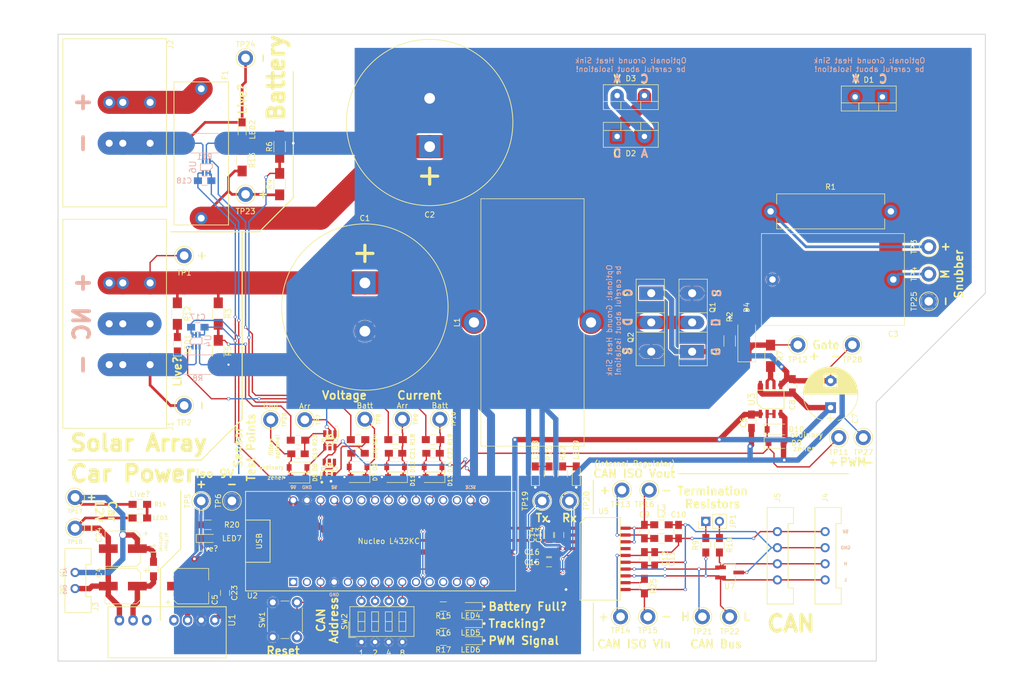
<source format=kicad_pcb>
(kicad_pcb (version 20171130) (host pcbnew 5.1.6-c6e7f7d~87~ubuntu18.04.1)
  (title_block (title "UT SVT MPPT 2018") (date 2018-10-31) (rev Rev1.2+) (company "UT Solar Vehicle Team") (comment 1 "See Schematic Rev3.1+."))
  (layers (0 F.Cu signal) (31 B.Cu signal) (34 B.Paste user) (35 F.Paste user) (36 B.SilkS user) (37 F.SilkS user) (38 B.Mask user) (39 F.Mask user) (44 Edge.Cuts user))
  (net 0 "")
  (net 1 /+Arr)
  (net 2 GNDPWR)
  (net 3 /+Batt)
  (net 4 "Net-(C3-Pad1)")
  (net 5 "Net-(C4-Pad1)")
  (net 6 GNDREF)
  (net 7 +9VA)
  (net 8 "Net-(C9-Pad1)")
  (net 9 "Net-(C9-Pad2)")
  (net 10 "Net-(C10-Pad1)")
  (net 11 "Net-(C10-Pad2)")
  (net 12 +5V)
  (net 13 +3V3)
  (net 14 /Array_Voltage)
  (net 15 /Battery_Voltage)
  (net 16 /Array_Current)
  (net 17 /Battery_Current)
  (net 18 "Net-(C23-Pad2)")
  (net 19 +12V)
  (net 20 "Net-(D1-Pad2)")
  (net 21 /Drive_PWM)
  (net 22 /PWM)
  (net 23 "Net-(F1-Pad1)")
  (net 24 /-Arr)
  (net 25 "Net-(J1-Pad2)")
  (net 26 /-Batt)
  (net 27 "Net-(J4-Pad4)")
  (net 28 "Net-(J4-Pad3)")
  (net 29 "Net-(JP1-Pad1)")
  (net 30 "Net-(JP1-Pad2)")
  (net 31 "Net-(LED1-Pad2)")
  (net 32 "Net-(LED2-Pad2)")
  (net 33 "Net-(LED3-Pad2)")
  (net 34 "Net-(LED4-Pad2)")
  (net 35 "Net-(LED5-Pad2)")
  (net 36 "Net-(LED6-Pad2)")
  (net 37 "Net-(LED7-Pad2)")
  (net 38 "Net-(LED8-Pad2)")
  (net 39 "Net-(LED9-Pad2)")
  (net 40 "Net-(R7-Pad2)")
  (net 41 /Battery_Full)
  (net 42 /Tracking)
  (net 43 "Net-(R18-Pad1)")
  (net 44 "Net-(R19-Pad1)")
  (net 45 /CAN_Tx)
  (net 46 /CAN_Rx)
  (net 47 /Reset)
  (net 48 "Net-(SW2-Pad5)")
  (net 49 "Net-(SW2-Pad6)")
  (net 50 "Net-(SW2-Pad7)")
  (net 51 "Net-(SW2-Pad8)")
  (net 52 "Net-(U1-Pad3)")
  (net 53 "Net-(U1-Pad5)")
  (net 54 "Net-(U2-Pad1)")
  (net 55 "Net-(U2-Pad2)")
  (net 56 "Net-(U2-Pad10)")
  (net 57 "Net-(U2-Pad11)")
  (net 58 "Net-(U2-Pad12)")
  (net 59 "Net-(U2-Pad16)")
  (net 60 "Net-(U2-Pad18)")
  (net 61 "Net-(U2-Pad19)")
  (net 62 "Net-(U2-Pad25)")
  (net 63 "Net-(U2-Pad26)")
  (net 64 "Net-(U5-Pad6)")
  (net 65 "Net-(U5-Pad8)")
  (net 66 "Net-(U5-Pad9)")
  (net 67 "Net-(U5-Pad17)")
  (net 68 "Net-(R25-Pad1)")
  (net 69 "Net-(R23-Pad1)")
  (net 70 "Net-(R24-Pad1)")
  (net 71 "Net-(C19-Pad1)")
  (net 72 "Net-(C20-Pad1)")
  (net 73 "Net-(U8-Pad5)")
  (net 74 "Net-(U9-Pad5)")
  (module MPPT_Custom:SOT95P280X145-6N (layer F.Cu) (at 81.75 106.815 270)
    (fp_text reference U8 (at 0 0 270) (layer F.SilkS) (effects (font (size 1.27 1.27) (thickness 0.254))))
    (fp_text value MAX400_option2 hide)
    (pad 6 smd rect (at 1.25 -0.95) (size 0.6 1.25) (layers F.Cu F.Paste F.Mask) (net 13 +3V3))
    (pad 5 smd rect (at 1.25 0) (size 0.6 1.25) (layers F.Cu F.Paste F.Mask) (net 73 "Net-(U8-Pad5)"))
    (pad 4 smd rect (at 1.25 0.95) (size 0.6 1.25) (layers F.Cu F.Paste F.Mask) (net 14 /Array_Voltage))
    (pad 3 smd rect (at -1.25 0.95) (size 0.6 1.25) (layers F.Cu F.Paste F.Mask) (net 71 "Net-(C19-Pad1)"))
    (pad 2 smd rect (at -1.25 0) (size 0.6 1.25) (layers F.Cu F.Paste F.Mask) (net 2 GNDPWR))
    (pad 1 smd rect (at -1.25 -0.95) (size 0.6 1.25) (layers F.Cu F.Paste F.Mask) (net 14 /Array_Voltage))
  )
  (module MPPT_Custom:SOT95P280X145-6N (layer F.Cu) (at 81.65 112.115 90)
    (fp_text reference U9 (at 0 0 270) (layer F.SilkS) (effects (font (size 1.27 1.27) (thickness 0.254))))
    (fp_text value MAX400_option2 hide)
    (pad 6 smd rect (at 1.25 -0.95 180) (size 0.6 1.25) (layers F.Cu F.Paste F.Mask) (net 13 +3V3))
    (pad 5 smd rect (at 1.25 0 180) (size 0.6 1.25) (layers F.Cu F.Paste F.Mask) (net 74 "Net-(U9-Pad5)"))
    (pad 4 smd rect (at 1.25 0.95 180) (size 0.6 1.25) (layers F.Cu F.Paste F.Mask) (net 15 /Battery_Voltage))
    (pad 3 smd rect (at -1.25 0.95 180) (size 0.6 1.25) (layers F.Cu F.Paste F.Mask) (net 72 "Net-(C20-Pad1)"))
    (pad 2 smd rect (at -1.25 0 180) (size 0.6 1.25) (layers F.Cu F.Paste F.Mask) (net 2 GNDPWR))
    (pad 1 smd rect (at -1.25 -0.95 180) (size 0.6 1.25) (layers F.Cu F.Paste F.Mask) (net 15 /Battery_Voltage))
  )
  (module UTSVT_Passive:CP_Radial_D31mm_P9mm (layer F.Cu) (at 100.33 52.07 90)
    (fp_text reference C2 (at -12.7 0 180) (layer F.SilkS))
    (fp_text value 1000uF hide)
    (pad 1 thru_hole rect (at 0 0 90) (size 4 4) (drill 2) (layers *.Cu *.Mask) (net 3 /+Batt))
    (pad 2 thru_hole circle (at 9 0 90) (size 4 4) (drill 2) (layers *.Cu *.Mask) (net 2 GNDPWR))
  )
  (module Diodes_SMD:D_SOD-123 (layer F.Cu) (at 164.846 104.775)
    (fp_text reference D10 (at 3.81 0) (layer F.SilkS))
    (fp_text value Diode hide)
    (pad 1 smd rect (at -1.65 0) (size 0.9 1.2) (layers F.Cu F.Paste F.Mask) (net 22 /PWM))
    (pad 2 smd rect (at 1.65 0) (size 0.9 1.2) (layers F.Cu F.Paste F.Mask) (net 2 GNDPWR))
  )
  (module UTSVT_Passive:CP_Radial_D31mm_P9mm (layer F.Cu) (at 88.265 77.47 270)
    (fp_text reference C1 (at -12.065 0) (layer F.SilkS))
    (fp_text value 1000uF hide)
    (pad 1 thru_hole rect (at 0 0 270) (size 4 4) (drill 2) (layers *.Cu *.Mask) (net 1 /+Arr))
    (pad 2 thru_hole circle (at 9 0 270) (size 4 4) (drill 2) (layers *.Cu *.Mask) (net 2 GNDPWR))
  )
  (module Capacitors_SMD:C_0805_HandSoldering (layer F.Cu) (at 160.274 103.251 90)
    (fp_text reference C6 (at -0.254 -1.524 90) (layer F.SilkS))
    (fp_text value 0.1u hide)
    (pad 1 smd rect (at -1.25 0 90) (size 1.5 1.25) (layers F.Cu F.Paste F.Mask) (net 2 GNDPWR))
    (pad 2 smd rect (at 1.25 0 90) (size 1.5 1.25) (layers F.Cu F.Paste F.Mask) (net 7 +9VA))
  )
  (module Capacitors_THT:CP_Radial_D10.0mm_P5.00mm (layer F.Cu) (at 175.006 100.711 90)
    (fp_text reference C7 (at -2.032 4.572 90) (layer F.SilkS))
    (fp_text value 1u hide)
    (pad 1 thru_hole rect (at 0 0 90) (size 2 2) (drill 1) (layers *.Cu *.Mask) (net 7 +9VA))
    (pad 2 thru_hole circle (at 5 0 90) (size 2 2) (drill 1) (layers *.Cu *.Mask) (net 2 GNDPWR))
  )
  (module Capacitors_SMD:C_0805_HandSoldering (layer F.Cu) (at 167.894 96.647 90)
    (fp_text reference C8 (at -3.556 0 90) (layer F.SilkS))
    (fp_text value 0.1u hide)
    (pad 1 smd rect (at -1.25 0 90) (size 1.5 1.25) (layers F.Cu F.Paste F.Mask) (net 7 +9VA))
    (pad 2 smd rect (at 1.25 0 90) (size 1.5 1.25) (layers F.Cu F.Paste F.Mask) (net 2 GNDPWR))
  )
  (module Capacitors_SMD:C_0805 (layer F.Cu) (at 124.46 124.46 90)
    (fp_text reference C13 (at 0 -3.81 90) (layer F.SilkS))
    (fp_text value 10u hide)
    (pad 1 smd rect (at -1 0 90) (size 1 1.25) (layers F.Cu F.Paste F.Mask) (net 12 +5V))
    (pad 2 smd rect (at 1 0 90) (size 1 1.25) (layers F.Cu F.Paste F.Mask) (net 2 GNDPWR))
  )
  (module Capacitors_SMD:C_0805 (layer F.Cu) (at 122.555 124.46 90)
    (fp_text reference C14 (at 0 -3.175 90) (layer F.SilkS))
    (fp_text value 0.1u hide)
    (pad 1 smd rect (at -1 0 90) (size 1 1.25) (layers F.Cu F.Paste F.Mask) (net 12 +5V))
    (pad 2 smd rect (at 1 0 90) (size 1 1.25) (layers F.Cu F.Paste F.Mask) (net 2 GNDPWR))
  )
  (module Capacitors_SMD:C_0805 (layer F.Cu) (at 122.555 129.54 180)
    (fp_text reference C15 (at 3.175 0 180) (layer F.SilkS))
    (fp_text value 0.1u hide)
    (pad 1 smd rect (at -1 0 180) (size 1 1.25) (layers F.Cu F.Paste F.Mask) (net 13 +3V3))
    (pad 2 smd rect (at 1 0 180) (size 1 1.25) (layers F.Cu F.Paste F.Mask) (net 2 GNDPWR))
  )
  (module Capacitors_SMD:C_0805 (layer F.Cu) (at 122.555 127.635 180)
    (fp_text reference C16 (at 3.175 0 180) (layer F.SilkS))
    (fp_text value 0.01u hide)
    (pad 1 smd rect (at -1 0 180) (size 1 1.25) (layers F.Cu F.Paste F.Mask) (net 13 +3V3))
    (pad 2 smd rect (at 1 0 180) (size 1 1.25) (layers F.Cu F.Paste F.Mask) (net 2 GNDPWR))
  )
  (module Capacitors_SMD:C_0805_HandSoldering (layer B.Cu) (at 57.15 85.725 180)
    (fp_text reference C17 (at 0 1.905 180) (layer B.SilkS) (effects (justify mirror)))
    (fp_text value 0.1uF hide)
    (pad 1 smd rect (at -1.25 0 180) (size 1.5 1.25) (layers B.Cu B.Paste B.Mask) (net 7 +9VA))
    (pad 2 smd rect (at 1.25 0 180) (size 1.5 1.25) (layers B.Cu B.Paste B.Mask) (net 2 GNDPWR))
  )
  (module Capacitors_SMD:C_0805_HandSoldering (layer B.Cu) (at 58.42 58.42)
    (fp_text reference C18 (at -3.81 0) (layer B.SilkS) (effects (justify mirror)))
    (fp_text value 0.1uF hide)
    (pad 1 smd rect (at -1.25 0) (size 1.5 1.25) (layers B.Cu B.Paste B.Mask) (net 7 +9VA))
    (pad 2 smd rect (at 1.25 0) (size 1.5 1.25) (layers B.Cu B.Paste B.Mask) (net 2 GNDPWR))
  )
  (module Capacitors_SMD:C_0805_HandSoldering (layer F.Cu) (at 93.98 109.22 180)
    (fp_text reference C21 (at -3.175 0 270) (layer F.SilkS) (effects (font (size 0.75 0.75))))
    (fp_text value 1uF hide)
    (pad 1 smd rect (at -1.25 0 180) (size 1.5 1.25) (layers F.Cu F.Paste F.Mask) (net 16 /Array_Current))
    (pad 2 smd rect (at 1.25 0 180) (size 1.5 1.25) (layers F.Cu F.Paste F.Mask) (net 2 GNDPWR))
  )
  (module Capacitors_SMD:C_0805_HandSoldering (layer F.Cu) (at 100.965 109.22 180)
    (fp_text reference C22 (at -3.175 0 270) (layer F.SilkS) (effects (font (size 0.75 0.75))))
    (fp_text value 1uF hide)
    (pad 1 smd rect (at -1.25 0 180) (size 1.5 1.25) (layers F.Cu F.Paste F.Mask) (net 17 /Battery_Current))
    (pad 2 smd rect (at 1.25 0 180) (size 1.5 1.25) (layers F.Cu F.Paste F.Mask) (net 2 GNDPWR))
  )
  (module Capacitors_SMD:C_0805_HandSoldering (layer F.Cu) (at 62.23 135.255 270)
    (fp_text reference C23 (at 0 -1.75 270) (layer F.SilkS))
    (fp_text value 10u hide)
    (pad 1 smd rect (at -1.25 0 270) (size 1.5 1.25) (layers F.Cu F.Paste F.Mask) (net 2 GNDPWR))
    (pad 2 smd rect (at 1.25 0 270) (size 1.5 1.25) (layers F.Cu F.Paste F.Mask) (net 18 "Net-(C23-Pad2)"))
  )
  (module TO_SOT_Packages_THT:TO-220-2_Vertical (layer F.Cu) (at 135.255 50.165)
    (fp_text reference D2 (at 2.54 3.175) (layer F.SilkS))
    (fp_text value Schottky)
    (pad 1 thru_hole rect (at 0 0) (size 1.8 1.8) (drill 1) (layers *.Cu *.Mask) (net 3 /+Batt))
    (pad 2 thru_hole oval (at 5.08 0) (size 1.8 1.8) (drill 1) (layers *.Cu *.Mask) (net 20 "Net-(D1-Pad2)"))
  )
  (module TO_SOT_Packages_THT:TO-220-2_Vertical (layer F.Cu) (at 140.335 42.545 180)
    (fp_text reference D3 (at 2.54 3.175 180) (layer F.SilkS))
    (fp_text value Schottky hide)
    (pad 1 thru_hole rect (at 0 0 180) (size 1.8 1.8) (drill 1) (layers *.Cu *.Mask) (net 3 /+Batt))
    (pad 2 thru_hole oval (at 5.08 0 180) (size 1.8 1.8) (drill 1) (layers *.Cu *.Mask) (net 20 "Net-(D1-Pad2)"))
  )
  (module Diodes_SMD:D_SMA_Handsoldering (layer F.Cu) (at 159.385 87.786 90)
    (fp_text reference D4 (at 5.755 0 90) (layer F.SilkS))
    (fp_text value "18V Zener" hide)
    (pad 1 smd rect (at -2.5 0 90) (size 3.5 1.8) (layers F.Cu F.Paste F.Mask) (net 21 /Drive_PWM))
    (pad 2 smd rect (at 2.5 0 90) (size 3.5 1.8) (layers F.Cu F.Paste F.Mask) (net 2 GNDPWR))
  )
  (module Diodes_SMD:D_SOD-123F (layer F.Cu) (at 75.81 113.765 180)
    (fp_text reference D5 (at -3.175 0 270) (layer F.SilkS) (effects (font (size 0.75 0.75))))
    (fp_text value "4V Zener" hide)
    (pad 2 smd rect (at 1.4 0 180) (size 1.1 1.1) (layers F.Cu F.Paste F.Mask) (net 2 GNDPWR))
    (pad 1 smd rect (at -1.4 0 180) (size 1.1 1.1) (layers F.Cu F.Paste F.Mask) (net 14 /Array_Voltage))
  )
  (module Diodes_SMD:D_SOD-123 (layer F.Cu) (at 75.81 111.86 180)
    (fp_text reference D6 (at -3.175 0 270) (layer F.SilkS) (effects (font (size 0.75 0.75))))
    (fp_text value Diode hide)
    (pad 2 smd rect (at 1.65 0 180) (size 0.9 1.2) (layers F.Cu F.Paste F.Mask) (net 2 GNDPWR))
    (pad 1 smd rect (at -1.65 0 180) (size 0.9 1.2) (layers F.Cu F.Paste F.Mask) (net 14 /Array_Voltage))
  )
  (module Diodes_SMD:D_SOD-123F (layer F.Cu) (at 86.995 113.665 180)
    (fp_text reference D7 (at -3.175 0 270) (layer F.SilkS) (effects (font (size 0.75 0.75))))
    (fp_text value "4V Zener" hide)
    (pad 1 smd rect (at -1.4 0 180) (size 1.1 1.1) (layers F.Cu F.Paste F.Mask) (net 15 /Battery_Voltage))
    (pad 2 smd rect (at 1.4 0 180) (size 1.1 1.1) (layers F.Cu F.Paste F.Mask) (net 2 GNDPWR))
  )
  (module Diodes_SMD:D_SOD-123 (layer F.Cu) (at 86.995 111.76 180)
    (fp_text reference D8 (at -3.175 0 270) (layer F.SilkS) (effects (font (size 0.75 0.75))))
    (fp_text value Diode hide)
    (pad 1 smd rect (at -1.65 0 180) (size 0.9 1.2) (layers F.Cu F.Paste F.Mask) (net 15 /Battery_Voltage))
    (pad 2 smd rect (at 1.65 0 180) (size 0.9 1.2) (layers F.Cu F.Paste F.Mask) (net 2 GNDPWR))
  )
  (module Diodes_SMD:D_SOD-123F (layer F.Cu) (at 164.846 107.315)
    (fp_text reference D9 (at 3.81 0) (layer F.SilkS))
    (fp_text value "4V Zener" hide)
    (pad 1 smd rect (at -1.4 0) (size 1.1 1.1) (layers F.Cu F.Paste F.Mask) (net 22 /PWM))
    (pad 2 smd rect (at 1.4 0) (size 1.1 1.1) (layers F.Cu F.Paste F.Mask) (net 2 GNDPWR))
  )
  (module Pin_Headers:Pin_Header_Straight_1x02_Pitch2.54mm (layer F.Cu) (at 151.765 121.92 90)
    (fp_text reference JP1 (at 0 5.08 90) (layer F.SilkS))
    (fp_text value "Termination Resistors" hide)
    (pad 1 thru_hole rect (at 0 0 90) (size 1.7 1.7) (drill 1) (layers *.Cu *.Mask) (net 29 "Net-(JP1-Pad1)"))
    (pad 2 thru_hole oval (at 0 2.54 90) (size 1.7 1.7) (drill 1) (layers *.Cu *.Mask) (net 30 "Net-(JP1-Pad2)"))
  )
  (module Inductors_THT:L_Toroid_Vertical_L46.0mm_W19.1mm_P21.80mm_Bourns_5700 (layer F.Cu) (at 108.585 84.836 90)
    (fp_text reference L1 (at 0 -3.15 90) (layer F.SilkS))
    (fp_text value 560uH hide)
    (pad 1 thru_hole circle (at 0 0 90) (size 3.8 3.8) (drill 1.9) (layers *.Cu *.Mask) (net 1 /+Arr))
    (pad 2 thru_hole circle (at 0 21.8 90) (size 3.8 3.8) (drill 1.9) (layers *.Cu *.Mask) (net 20 "Net-(D1-Pad2)"))
  )
  (module Inductors_SMD:L_0805_HandSoldering (layer F.Cu) (at 48.895 130.81 270)
    (fp_text reference L4 (at -3.81 0 270) (layer F.SilkS))
    (fp_text value 4.7u hide)
    (pad 1 smd rect (at -1.35 0 270) (size 1.5 1.3) (layers F.Cu F.Paste F.Mask) (net 19 +12V))
    (pad 2 smd rect (at 1.35 0 270) (size 1.5 1.3) (layers F.Cu F.Paste F.Mask) (net 5 "Net-(C4-Pad1)"))
  )
  (module LEDs:LED_0805_HandSoldering (layer F.Cu) (at 53.34 88.9 90)
    (fp_text reference LED1 (at 0 1.905 90) (layer F.SilkS))
    (fp_text value "Array Live?" hide)
    (pad 1 smd rect (at -1.35 0 90) (size 1.5 1.3) (layers F.Cu F.Paste F.Mask) (net 24 /-Arr))
    (pad 2 smd rect (at 1.35 0 90) (size 1.5 1.3) (layers F.Cu F.Paste F.Mask) (net 31 "Net-(LED1-Pad2)"))
  )
  (module LEDs:LED_0805_HandSoldering (layer F.Cu) (at 65.405 48.895 270)
    (fp_text reference LED2 (at 0 -1.905 270) (layer F.SilkS))
    (fp_text value "Battery Live?" hide)
    (pad 1 smd rect (at -1.35 0 270) (size 1.5 1.3) (layers F.Cu F.Paste F.Mask) (net 26 /-Batt))
    (pad 2 smd rect (at 1.35 0 270) (size 1.5 1.3) (layers F.Cu F.Paste F.Mask) (net 32 "Net-(LED2-Pad2)"))
  )
  (module LEDs:LED_0805_HandSoldering (layer F.Cu) (at 46.355 121.285)
    (fp_text reference LED3 (at 3.81 0) (layer F.SilkS) (effects (font (size 0.75 0.75))))
    (fp_text value "Car Power Live?" hide)
    (pad 1 smd rect (at -1.35 0) (size 1.5 1.3) (layers F.Cu F.Paste F.Mask) (net 6 GNDREF))
    (pad 2 smd rect (at 1.35 0) (size 1.5 1.3) (layers F.Cu F.Paste F.Mask) (net 33 "Net-(LED3-Pad2)"))
  )
  (module LEDs:LED_0805_HandSoldering (layer F.Cu) (at 107.95 137.795 180)
    (fp_text reference LED4 (at 0 -1.7 180) (layer F.SilkS))
    (fp_text value "Battery Full?" hide)
    (pad 1 smd rect (at -1.35 0 180) (size 1.5 1.3) (layers F.Cu F.Paste F.Mask) (net 2 GNDPWR))
    (pad 2 smd rect (at 1.35 0 180) (size 1.5 1.3) (layers F.Cu F.Paste F.Mask) (net 34 "Net-(LED4-Pad2)"))
  )
  (module LEDs:LED_0805_HandSoldering (layer F.Cu) (at 107.95 140.97 180)
    (fp_text reference LED5 (at 0 -1.7 180) (layer F.SilkS))
    (fp_text value Tracking? hide)
    (pad 1 smd rect (at -1.35 0 180) (size 1.5 1.3) (layers F.Cu F.Paste F.Mask) (net 2 GNDPWR))
    (pad 2 smd rect (at 1.35 0 180) (size 1.5 1.3) (layers F.Cu F.Paste F.Mask) (net 35 "Net-(LED5-Pad2)"))
  )
  (module LEDs:LED_0805_HandSoldering (layer F.Cu) (at 107.95 144.145 180)
    (fp_text reference LED6 (at 0 -1.7 180) (layer F.SilkS))
    (fp_text value PWM hide)
    (pad 1 smd rect (at -1.35 0 180) (size 1.5 1.3) (layers F.Cu F.Paste F.Mask) (net 2 GNDPWR))
    (pad 2 smd rect (at 1.35 0 180) (size 1.5 1.3) (layers F.Cu F.Paste F.Mask) (net 36 "Net-(LED6-Pad2)"))
  )
  (module LEDs:LED_0805_HandSoldering (layer F.Cu) (at 59.055 125.095)
    (fp_text reference LED7 (at 4.445 0) (layer F.SilkS))
    (fp_text value "Iso 9V Live?" hide)
    (pad 1 smd rect (at -1.35 0) (size 1.5 1.3) (layers F.Cu F.Paste F.Mask) (net 2 GNDPWR))
    (pad 2 smd rect (at 1.35 0) (size 1.5 1.3) (layers F.Cu F.Paste F.Mask) (net 37 "Net-(LED7-Pad2)"))
  )
  (module LEDs:LED_0805_HandSoldering (layer F.Cu) (at 120.015 113.03 90)
    (fp_text reference LED8 (at 4.445 0 90) (layer F.SilkS))
    (fp_text value CAN_Tx hide)
    (pad 1 smd rect (at -1.35 0 90) (size 1.5 1.3) (layers F.Cu F.Paste F.Mask) (net 2 GNDPWR))
    (pad 2 smd rect (at 1.35 0 90) (size 1.5 1.3) (layers F.Cu F.Paste F.Mask) (net 38 "Net-(LED8-Pad2)"))
  )
  (module LEDs:LED_0805_HandSoldering (layer F.Cu) (at 127.635 113.03 90)
    (fp_text reference LED9 (at 4.445 0 90) (layer F.SilkS))
    (fp_text value CAN_Rx hide)
    (pad 1 smd rect (at -1.35 0 90) (size 1.5 1.3) (layers F.Cu F.Paste F.Mask) (net 2 GNDPWR))
    (pad 2 smd rect (at 1.35 0 90) (size 1.5 1.3) (layers F.Cu F.Paste F.Mask) (net 39 "Net-(LED9-Pad2)"))
  )
  (module Resistors_THT:R_Axial_Power_L20.0mm_W6.4mm_P22.40mm (layer F.Cu) (at 163.83 64.135)
    (fp_text reference R1 (at 11.176 -4.572) (layer F.SilkS))
    (fp_text value R hide)
    (pad 1 thru_hole circle (at 0 0) (size 2.4 2.4) (drill 1.2) (layers *.Cu *.Mask) (net 20 "Net-(D1-Pad2)"))
    (pad 2 thru_hole oval (at 22.4 0) (size 2.4 2.4) (drill 1.2) (layers *.Cu *.Mask) (net 4 "Net-(C3-Pad1)"))
  )
  (module Resistors_SMD:R_1206_HandSoldering (layer F.Cu) (at 156.21 88.286 90)
    (fp_text reference R2 (at 4.466 0 90) (layer F.SilkS))
    (fp_text value 10k hide)
    (pad 1 smd rect (at -2 0 90) (size 2 1.7) (layers F.Cu F.Paste F.Mask) (net 21 /Drive_PWM))
    (pad 2 smd rect (at 2 0 90) (size 2 1.7) (layers F.Cu F.Paste F.Mask) (net 2 GNDPWR))
  )
  (module Resistors_SMD:R_1206_HandSoldering (layer F.Cu) (at 60.96 83.185 270)
    (fp_text reference R3 (at 0 -1.905 270) (layer F.SilkS))
    (fp_text value 100k hide)
    (pad 1 smd rect (at -2 0 270) (size 2 1.7) (layers F.Cu F.Paste F.Mask) (net 1 /+Arr))
    (pad 2 smd rect (at 2 0 270) (size 2 1.7) (layers F.Cu F.Paste F.Mask) (net 69 "Net-(R23-Pad1)"))
  )
  (module Resistors_SMD:R_1206_HandSoldering (layer F.Cu) (at 72.39 59.055 90)
    (fp_text reference R4 (at 0 -1.905 90) (layer F.SilkS))
    (fp_text value 100k hide)
    (pad 1 smd rect (at -2 0 90) (size 2 1.7) (layers F.Cu F.Paste F.Mask) (net 3 /+Batt))
    (pad 2 smd rect (at 2 0 90) (size 2 1.7) (layers F.Cu F.Paste F.Mask) (net 70 "Net-(R24-Pad1)"))
  )
  (module Resistors_SMD:R_1206_HandSoldering (layer F.Cu) (at 60.96 90.17 270)
    (fp_text reference R5 (at 0 -1.905 270) (layer F.SilkS))
    (fp_text value 2k hide)
    (pad 1 smd rect (at -2 0 270) (size 2 1.7) (layers F.Cu F.Paste F.Mask) (net 69 "Net-(R23-Pad1)"))
    (pad 2 smd rect (at 2 0 270) (size 2 1.7) (layers F.Cu F.Paste F.Mask) (net 2 GNDPWR))
  )
  (module Resistors_SMD:R_1206_HandSoldering (layer F.Cu) (at 72.39 52.07 90)
    (fp_text reference R6 (at 0 -1.905 90) (layer F.SilkS))
    (fp_text value 2k hide)
    (pad 1 smd rect (at -2 0 90) (size 2 1.7) (layers F.Cu F.Paste F.Mask) (net 70 "Net-(R24-Pad1)"))
    (pad 2 smd rect (at 2 0 90) (size 2 1.7) (layers F.Cu F.Paste F.Mask) (net 2 GNDPWR))
  )
  (module Resistors_SMD:R_1206_HandSoldering (layer F.Cu) (at 163.83 91.059 270)
    (fp_text reference R7 (at 0 -1.85 270) (layer F.SilkS))
    (fp_text value 1R5 hide)
    (pad 1 smd rect (at -2 0 270) (size 2 1.7) (layers F.Cu F.Paste F.Mask) (net 21 /Drive_PWM))
    (pad 2 smd rect (at 2 0 270) (size 2 1.7) (layers F.Cu F.Paste F.Mask) (net 40 "Net-(R7-Pad2)"))
  )
  (module Resistors_SMD:R_0805_HandSoldering (layer F.Cu) (at 151.765 126.365 270)
    (fp_text reference R9 (at 0 1.905 270) (layer F.SilkS))
    (fp_text value 60 hide)
    (pad 1 smd rect (at -1.35 0 270) (size 1.5 1.3) (layers F.Cu F.Paste F.Mask) (net 29 "Net-(JP1-Pad1)"))
    (pad 2 smd rect (at 1.35 0 270) (size 1.5 1.3) (layers F.Cu F.Paste F.Mask) (net 27 "Net-(J4-Pad4)"))
  )
  (module Resistors_SMD:R_0805_HandSoldering (layer F.Cu) (at 154.305 126.365 270)
    (fp_text reference R10 (at 0 -1.905 270) (layer F.SilkS))
    (fp_text value 60 hide)
    (pad 1 smd rect (at -1.35 0 270) (size 1.5 1.3) (layers F.Cu F.Paste F.Mask) (net 30 "Net-(JP1-Pad2)"))
    (pad 2 smd rect (at 1.35 0 270) (size 1.5 1.3) (layers F.Cu F.Paste F.Mask) (net 28 "Net-(J4-Pad3)"))
  )
  (module Resistors_SMD:R_1206_HandSoldering (layer F.Cu) (at 53.34 83.185 90)
    (fp_text reference R12 (at 0 1.905 90) (layer F.SilkS))
    (fp_text value 40K hide)
    (pad 1 smd rect (at -2 0 90) (size 2 1.7) (layers F.Cu F.Paste F.Mask) (net 31 "Net-(LED1-Pad2)"))
    (pad 2 smd rect (at 2 0 90) (size 2 1.7) (layers F.Cu F.Paste F.Mask) (net 1 /+Arr))
  )
  (module Resistors_SMD:R_1206_HandSoldering (layer F.Cu) (at 65.405 54.61 270)
    (fp_text reference R13 (at 0 -1.905 270) (layer F.SilkS))
    (fp_text value 40K hide)
    (pad 1 smd rect (at -2 0 270) (size 2 1.7) (layers F.Cu F.Paste F.Mask) (net 32 "Net-(LED2-Pad2)"))
    (pad 2 smd rect (at 2 0 270) (size 2 1.7) (layers F.Cu F.Paste F.Mask) (net 3 /+Batt))
  )
  (module Resistors_SMD:R_0805_HandSoldering (layer F.Cu) (at 46.355 118.745 180)
    (fp_text reference R14 (at -3.81 0 180) (layer F.SilkS) (effects (font (size 0.75 0.75))))
    (fp_text value 2K hide)
    (pad 1 smd rect (at -1.35 0 180) (size 1.5 1.3) (layers F.Cu F.Paste F.Mask) (net 33 "Net-(LED3-Pad2)"))
    (pad 2 smd rect (at 1.35 0 180) (size 1.5 1.3) (layers F.Cu F.Paste F.Mask) (net 19 +12V))
  )
  (module Resistors_SMD:R_0805_HandSoldering (layer F.Cu) (at 102.87 137.795 180)
    (fp_text reference R15 (at 0 -1.7 180) (layer F.SilkS))
    (fp_text value 330R hide)
    (pad 1 smd rect (at -1.35 0 180) (size 1.5 1.3) (layers F.Cu F.Paste F.Mask) (net 34 "Net-(LED4-Pad2)"))
    (pad 2 smd rect (at 1.35 0 180) (size 1.5 1.3) (layers F.Cu F.Paste F.Mask) (net 41 /Battery_Full))
  )
  (module Resistors_SMD:R_0805_HandSoldering (layer F.Cu) (at 102.87 140.97 180)
    (fp_text reference R16 (at 0 -1.7 180) (layer F.SilkS))
    (fp_text value 330R hide)
    (pad 1 smd rect (at -1.35 0 180) (size 1.5 1.3) (layers F.Cu F.Paste F.Mask) (net 35 "Net-(LED5-Pad2)"))
    (pad 2 smd rect (at 1.35 0 180) (size 1.5 1.3) (layers F.Cu F.Paste F.Mask) (net 42 /Tracking))
  )
  (module Resistors_SMD:R_0805_HandSoldering (layer F.Cu) (at 102.87 144.145 180)
    (fp_text reference R17 (at 0 -1.7 180) (layer F.SilkS))
    (fp_text value 330R hide)
    (pad 1 smd rect (at -1.35 0 180) (size 1.5 1.3) (layers F.Cu F.Paste F.Mask) (net 36 "Net-(LED6-Pad2)"))
    (pad 2 smd rect (at 1.35 0 180) (size 1.5 1.3) (layers F.Cu F.Paste F.Mask) (net 22 /PWM))
  )
  (module Resistors_SMD:R_0805_HandSoldering (layer F.Cu) (at 93.98 106.68)
    (fp_text reference R18 (at 3.175 0 90) (layer F.SilkS) (effects (font (size 0.75 0.75))))
    (fp_text value 1.7k hide)
    (pad 1 smd rect (at -1.35 0) (size 1.5 1.3) (layers F.Cu F.Paste F.Mask) (net 43 "Net-(R18-Pad1)"))
    (pad 2 smd rect (at 1.35 0) (size 1.5 1.3) (layers F.Cu F.Paste F.Mask) (net 16 /Array_Current))
  )
  (module Resistors_SMD:R_0805_HandSoldering (layer F.Cu) (at 100.965 106.68)
    (fp_text reference R19 (at 3.175 0 90) (layer F.SilkS) (effects (font (size 0.75 0.75))))
    (fp_text value 1.7k hide)
    (pad 1 smd rect (at -1.35 0) (size 1.5 1.3) (layers F.Cu F.Paste F.Mask) (net 44 "Net-(R19-Pad1)"))
    (pad 2 smd rect (at 1.35 0) (size 1.5 1.3) (layers F.Cu F.Paste F.Mask) (net 17 /Battery_Current))
  )
  (module Resistors_SMD:R_0805_HandSoldering (layer F.Cu) (at 59.055 122.555 180)
    (fp_text reference R20 (at -4.445 0 180) (layer F.SilkS))
    (fp_text value 1K hide)
    (pad 1 smd rect (at -1.35 0 180) (size 1.5 1.3) (layers F.Cu F.Paste F.Mask) (net 37 "Net-(LED7-Pad2)"))
    (pad 2 smd rect (at 1.35 0 180) (size 1.5 1.3) (layers F.Cu F.Paste F.Mask) (net 7 +9VA))
  )
  (module Resistors_SMD:R_0805_HandSoldering (layer F.Cu) (at 122.555 113.03 270)
    (fp_text reference R21 (at -3.81 0 270) (layer F.SilkS))
    (fp_text value 330R hide)
    (pad 1 smd rect (at -1.35 0 270) (size 1.5 1.3) (layers F.Cu F.Paste F.Mask) (net 38 "Net-(LED8-Pad2)"))
    (pad 2 smd rect (at 1.35 0 270) (size 1.5 1.3) (layers F.Cu F.Paste F.Mask) (net 45 /CAN_Tx))
  )
  (module Resistors_SMD:R_0805_HandSoldering (layer F.Cu) (at 125.095 113.03 270)
    (fp_text reference R22 (at -3.81 0 270) (layer F.SilkS))
    (fp_text value 330R hide)
    (pad 1 smd rect (at -1.35 0 270) (size 1.5 1.3) (layers F.Cu F.Paste F.Mask) (net 39 "Net-(LED9-Pad2)"))
    (pad 2 smd rect (at 1.35 0 270) (size 1.5 1.3) (layers F.Cu F.Paste F.Mask) (net 46 /CAN_Rx))
  )
  (module Buttons_Switches_THT:SW_PUSH_6mm (layer F.Cu) (at 71.12 143.51 90)
    (fp_text reference SW1 (at 3.25 -2 90) (layer F.SilkS))
    (fp_text value RESET hide)
    (pad 2 thru_hole circle (at 0 4.5 180) (size 2 2) (drill 1.1) (layers *.Cu *.Mask) (net 47 /Reset))
    (pad 1 thru_hole circle (at 0 0 180) (size 2 2) (drill 1.1) (layers *.Cu *.Mask) (net 2 GNDPWR))
    (pad 2 thru_hole circle (at 6.5 4.5 180) (size 2 2) (drill 1.1) (layers *.Cu *.Mask) (net 47 /Reset))
    (pad 1 thru_hole circle (at 6.5 0 180) (size 2 2) (drill 1.1) (layers *.Cu *.Mask) (net 2 GNDPWR))
  )
  (module Buttons_Switches_THT:SW_DIP_x4_W7.62mm_Slide_LowProfile (layer F.Cu) (at 87.63 144.399 90)
    (fp_text reference SW2 (at 3.81 -3.17 90) (layer F.SilkS))
    (fp_text value "CAN Address" hide)
    (pad 1 thru_hole rect (at 0 0 90) (size 1.6 1.6) (drill 0.8) (layers *.Cu *.Mask) (net 2 GNDPWR))
    (pad 5 thru_hole oval (at 7.62 7.62 90) (size 1.6 1.6) (drill 0.8) (layers *.Cu *.Mask) (net 48 "Net-(SW2-Pad5)"))
    (pad 2 thru_hole oval (at 0 2.54 90) (size 1.6 1.6) (drill 0.8) (layers *.Cu *.Mask) (net 2 GNDPWR))
    (pad 6 thru_hole oval (at 7.62 5.08 90) (size 1.6 1.6) (drill 0.8) (layers *.Cu *.Mask) (net 49 "Net-(SW2-Pad6)"))
    (pad 3 thru_hole oval (at 0 5.08 90) (size 1.6 1.6) (drill 0.8) (layers *.Cu *.Mask) (net 2 GNDPWR))
    (pad 7 thru_hole oval (at 7.62 2.54 90) (size 1.6 1.6) (drill 0.8) (layers *.Cu *.Mask) (net 50 "Net-(SW2-Pad7)"))
    (pad 4 thru_hole oval (at 0 7.62 90) (size 1.6 1.6) (drill 0.8) (layers *.Cu *.Mask) (net 2 GNDPWR))
    (pad 8 thru_hole oval (at 7.62 0 90) (size 1.6 1.6) (drill 0.8) (layers *.Cu *.Mask) (net 51 "Net-(SW2-Pad8)"))
  )
  (module Measurement_Points:Test_Point_Keystone_5005-5009_Compact (layer F.Cu) (at 54.61 72.39 270)
    (fp_text reference TP1 (at 3.175 0) (layer F.SilkS))
    (fp_text value +ARR hide)
    (pad 1 thru_hole circle (at 0 0 270) (size 2.8 2.8) (drill 1.6) (layers *.Cu *.Mask) (net 1 /+Arr))
  )
  (module Measurement_Points:Test_Point_Keystone_5005-5009_Compact (layer F.Cu) (at 54.61 100.33 270)
    (fp_text reference TP2 (at 3.175 0) (layer F.SilkS))
    (fp_text value -ARR hide)
    (pad 1 thru_hole circle (at 0 0 270) (size 2.8 2.8) (drill 1.6) (layers *.Cu *.Mask) (net 24 /-Arr))
  )
  (module Measurement_Points:Test_Point_Keystone_5005-5009_Compact (layer F.Cu) (at 193.294 70.739 90)
    (fp_text reference TP3 (at 0 -2.75 90) (layer F.SilkS))
    (fp_text value +SNUB hide)
    (pad 1 thru_hole circle (at 0 0 90) (size 2.8 2.8) (drill 1.6) (layers *.Cu *.Mask) (net 20 "Net-(D1-Pad2)"))
  )
  (module Measurement_Points:Test_Point_Keystone_5005-5009_Compact (layer F.Cu) (at 193.294 75.819 90)
    (fp_text reference TP4 (at 0 -2.75 90) (layer F.SilkS))
    (fp_text value M_SNUB hide)
    (pad 1 thru_hole circle (at 0 0 90) (size 2.8 2.8) (drill 1.6) (layers *.Cu *.Mask) (net 4 "Net-(C3-Pad1)"))
  )
  (module Measurement_Points:Test_Point_Keystone_5005-5009_Compact (layer F.Cu) (at 57.785 118.11 180)
    (fp_text reference TP5 (at 2.54 0 270) (layer F.SilkS))
    (fp_text value +9VA hide)
    (pad 1 thru_hole circle (at 0 0 180) (size 2.8 2.8) (drill 1.6) (layers *.Cu *.Mask) (net 7 +9VA))
  )
  (module Measurement_Points:Test_Point_Keystone_5005-5009_Compact (layer F.Cu) (at 63.5 118.11)
    (fp_text reference TP6 (at -2.54 0 90) (layer F.SilkS))
    (fp_text value GNDP hide)
    (pad 1 thru_hole circle (at 0 0) (size 2.8 2.8) (drill 1.6) (layers *.Cu *.Mask) (net 2 GNDPWR))
  )
  (module Measurement_Points:Test_Point_Keystone_5005-5009_Compact (layer F.Cu) (at 77.08 102.97)
    (fp_text reference TP7 (at 2.54 0 90) (layer F.SilkS) (effects (font (size 0.75 0.75))))
    (fp_text value Arr_V hide)
    (pad 1 thru_hole circle (at 0 0) (size 2.8 2.8) (drill 1.6) (layers *.Cu *.Mask) (net 14 /Array_Voltage))
  )
  (module Measurement_Points:Test_Point_Keystone_5005-5009_Compact (layer F.Cu) (at 88.265 102.87 180)
    (fp_text reference TP8 (at -2.54 0 270) (layer F.SilkS) (effects (font (size 0.75 0.75))))
    (fp_text value Batt_V hide)
    (pad 1 thru_hole circle (at 0 0 180) (size 2.8 2.8) (drill 1.6) (layers *.Cu *.Mask) (net 15 /Battery_Voltage))
  )
  (module Measurement_Points:Test_Point_Keystone_5005-5009_Compact (layer F.Cu) (at 95.25 102.87)
    (fp_text reference TP9 (at 2.54 0 90) (layer F.SilkS) (effects (font (size 0.75 0.75))))
    (fp_text value Arr_I hide)
    (pad 1 thru_hole circle (at 0 0) (size 2.8 2.8) (drill 1.6) (layers *.Cu *.Mask) (net 16 /Array_Current))
  )
  (module Measurement_Points:Test_Point_Keystone_5005-5009_Compact (layer F.Cu) (at 102.235 102.87 180)
    (fp_text reference TP10 (at -2.54 0 270) (layer F.SilkS) (effects (font (size 0.75 0.75))))
    (fp_text value Batt_I hide)
    (pad 1 thru_hole circle (at 0 0 180) (size 2.8 2.8) (drill 1.6) (layers *.Cu *.Mask) (net 17 /Battery_Current))
  )
  (module Measurement_Points:Test_Point_Keystone_5005-5009_Compact (layer F.Cu) (at 176.53 106.299 180)
    (fp_text reference TP11 (at 0 -2.75 180) (layer F.SilkS))
    (fp_text value PWM hide)
    (pad 1 thru_hole circle (at 0 0 180) (size 2.8 2.8) (drill 1.6) (layers *.Cu *.Mask) (net 22 /PWM))
  )
  (module Measurement_Points:Test_Point_Keystone_5005-5009_Compact (layer F.Cu) (at 168.91 89.027 180)
    (fp_text reference TP12 (at 0 -2.75 180) (layer F.SilkS))
    (fp_text value GATE hide)
    (pad 1 thru_hole circle (at 0 0 180) (size 2.8 2.8) (drill 1.6) (layers *.Cu *.Mask) (net 21 /Drive_PWM))
  )
  (module Measurement_Points:Test_Point_Keystone_5005-5009_Compact (layer F.Cu) (at 136.144 116.078)
    (fp_text reference TP13 (at -0.254 2.667) (layer F.SilkS))
    (fp_text value CAN_ISO_Vout hide)
    (pad 1 thru_hole circle (at 0 0) (size 2.8 2.8) (drill 1.6) (layers *.Cu *.Mask) (net 8 "Net-(C9-Pad1)"))
  )
  (module Measurement_Points:Test_Point_Keystone_5005-5009_Compact (layer F.Cu) (at 135.89 139.7 180)
    (fp_text reference TP14 (at 0 -2.54 180) (layer F.SilkS))
    (fp_text value CAN_ISO_Vin hide)
    (pad 1 thru_hole circle (at 0 0 180) (size 2.8 2.8) (drill 1.6) (layers *.Cu *.Mask) (net 10 "Net-(C10-Pad1)"))
  )
  (module Measurement_Points:Test_Point_Keystone_5005-5009_Compact (layer F.Cu) (at 140.97 139.7 180)
    (fp_text reference TP15 (at 0 -2.54 180) (layer F.SilkS))
    (fp_text value CAN_ISO_GndIn hide)
    (pad 1 thru_hole circle (at 0 0 180) (size 2.8 2.8) (drill 1.6) (layers *.Cu *.Mask) (net 11 "Net-(C10-Pad2)"))
  )
  (module Measurement_Points:Test_Point_Keystone_5005-5009_Compact (layer F.Cu) (at 141.224 116.078)
    (fp_text reference TP16 (at -0.889 2.667) (layer F.SilkS))
    (fp_text value CAN_ISO_GndOut hide)
    (pad 1 thru_hole circle (at 0 0) (size 2.8 2.8) (drill 1.6) (layers *.Cu *.Mask) (net 9 "Net-(C9-Pad2)"))
  )
  (module Measurement_Points:Test_Point_Keystone_5005-5009_Compact (layer F.Cu) (at 34.29 117.475 270)
    (fp_text reference TP17 (at 2.54 0 180) (layer F.SilkS) (effects (font (size 0.75 0.75))))
    (fp_text value "Car +12V" hide)
    (pad 1 thru_hole circle (at 0 0 270) (size 2.8 2.8) (drill 1.6) (layers *.Cu *.Mask) (net 19 +12V))
  )
  (module Measurement_Points:Test_Point_Keystone_5005-5009_Compact (layer F.Cu) (at 34.29 123.19 270)
    (fp_text reference TP18 (at 2.54 0 180) (layer F.SilkS) (effects (font (size 0.75 0.75))))
    (fp_text value "Car GND" hide)
    (pad 1 thru_hole circle (at 0 0 270) (size 2.8 2.8) (drill 1.6) (layers *.Cu *.Mask) (net 6 GNDREF))
  )
  (module Measurement_Points:Test_Point_Keystone_5005-5009_Compact (layer F.Cu) (at 121.285 118.11 180)
    (fp_text reference TP19 (at 3.175 0 270) (layer F.SilkS))
    (fp_text value CAN_Tx hide)
    (pad 1 thru_hole circle (at 0 0 180) (size 2.8 2.8) (drill 1.6) (layers *.Cu *.Mask) (net 45 /CAN_Tx))
  )
  (module Measurement_Points:Test_Point_Keystone_5005-5009_Compact (layer F.Cu) (at 126.365 118.11 180)
    (fp_text reference TP20 (at -3.175 0 270) (layer F.SilkS))
    (fp_text value CAN_Rx hide)
    (pad 1 thru_hole circle (at 0 0 180) (size 2.8 2.8) (drill 1.6) (layers *.Cu *.Mask) (net 46 /CAN_Rx))
  )
  (module Measurement_Points:Test_Point_Keystone_5005-5009_Compact (layer F.Cu) (at 151.13 139.7 180)
    (fp_text reference TP21 (at 0 -2.75 180) (layer F.SilkS))
    (fp_text value CAN_H hide)
    (pad 1 thru_hole circle (at 0 0 180) (size 2.8 2.8) (drill 1.6) (layers *.Cu *.Mask) (net 28 "Net-(J4-Pad3)"))
  )
  (module Measurement_Points:Test_Point_Keystone_5005-5009_Compact (layer F.Cu) (at 156.21 139.7 180)
    (fp_text reference TP22 (at 0 -2.75 180) (layer F.SilkS))
    (fp_text value CAN_L hide)
    (pad 1 thru_hole circle (at 0 0 180) (size 2.8 2.8) (drill 1.6) (layers *.Cu *.Mask) (net 27 "Net-(J4-Pad4)"))
  )
  (module UTSVT_ICs:CUI_PQMC3-S (layer F.Cu) (at 51.435 140.335)
    (fp_text reference U1 (at 12.065 0 90) (layer F.SilkS) (effects (font (size 1.2 1.2))))
    (fp_text value PQMC3-D12-S9-S)
    (pad 1 thru_hole oval (at -8.89 0) (size 1.75 2) (drill 1) (layers *.Cu *.Mask) (net 6 GNDREF))
    (pad 2 thru_hole oval (at -6.35 0) (size 1.75 2) (drill 1) (layers *.Cu *.Mask) (net 5 "Net-(C4-Pad1)"))
    (pad 3 thru_hole oval (at -3.81 0) (size 1.75 2) (drill 1) (layers *.Cu *.Mask) (net 52 "Net-(U1-Pad3)"))
    (pad 5 thru_hole oval (at 1.27 0) (size 1.75 2) (drill 1) (layers *.Cu *.Mask) (net 53 "Net-(U1-Pad5)"))
    (pad 6 thru_hole oval (at 3.81 0) (size 1.75 2) (drill 1) (layers *.Cu *.Mask) (net 7 +9VA))
    (pad 7 thru_hole oval (at 6.35 0) (size 1.75 2) (drill 1) (layers *.Cu *.Mask) (net 2 GNDPWR))
    (pad 8 thru_hole oval (at 8.89 0) (size 1.75 2) (drill 1) (layers *.Cu *.Mask) (net 18 "Net-(C23-Pad2)"))
  )
  (module UTSVT_Special:NucleoL432KC (layer F.Cu) (at 92.71 125.603)
    (fp_text reference U2 (at -25.4 10.16 180) (layer F.SilkS))
    (fp_text value Nucleo_L432KC)
    (fp_text user USB (at -24.13 0 90) (layer F.SilkS))
    (fp_text user "Nucleo L432KC" (at 0 0) (layer F.SilkS))
    (pad 1 thru_hole rect (at -17.78 7.62) (size 1.524 1.524) (drill 1.02108) (layers *.Cu *.Mask) (net 54 "Net-(U2-Pad1)"))
    (pad 2 thru_hole circle (at -15.24 7.62) (size 1.524 1.524) (drill 1.02108) (layers *.Cu *.Mask) (net 55 "Net-(U2-Pad2)"))
    (pad 3 thru_hole circle (at -12.7 7.62) (size 1.524 1.524) (drill 1.02108) (layers *.Cu *.Mask) (net 47 /Reset))
    (pad 4 thru_hole circle (at -10.16 7.62) (size 1.524 1.524) (drill 1.02108) (layers *.Cu *.Mask) (net 2 GNDPWR))
    (pad 5 thru_hole circle (at -7.62 7.62) (size 1.524 1.524) (drill 1.02108) (layers *.Cu *.Mask) (net 45 /CAN_Tx))
    (pad 6 thru_hole circle (at -5.08 7.62) (size 1.524 1.524) (drill 1.02108) (layers *.Cu *.Mask) (net 51 "Net-(SW2-Pad8)"))
    (pad 7 thru_hole circle (at -2.54 7.62) (size 1.524 1.524) (drill 1.02108) (layers *.Cu *.Mask) (net 50 "Net-(SW2-Pad7)"))
    (pad 8 thru_hole circle (at 0 7.62) (size 1.524 1.524) (drill 1.02108) (layers *.Cu *.Mask) (net 49 "Net-(SW2-Pad6)"))
    (pad 9 thru_hole circle (at 2.54 7.62) (size 1.524 1.524) (drill 1.02108) (layers *.Cu *.Mask) (net 48 "Net-(SW2-Pad5)"))
    (pad 10 thru_hole circle (at 5.08 7.62) (size 1.524 1.524) (drill 1.02108) (layers *.Cu *.Mask) (net 56 "Net-(U2-Pad10)"))
    (pad 11 thru_hole circle (at 7.62 7.62) (size 1.524 1.524) (drill 1.02108) (layers *.Cu *.Mask) (net 57 "Net-(U2-Pad11)"))
    (pad 12 thru_hole circle (at 10.16 7.62) (size 1.524 1.524) (drill 1.02108) (layers *.Cu *.Mask) (net 58 "Net-(U2-Pad12)"))
    (pad 13 thru_hole circle (at 12.7 7.62) (size 1.524 1.524) (drill 1.02108) (layers *.Cu *.Mask) (net 46 /CAN_Rx))
    (pad 14 thru_hole circle (at 15.24 7.62) (size 1.524 1.524) (drill 1.02108) (layers *.Cu *.Mask) (net 42 /Tracking))
    (pad 15 thru_hole circle (at 17.78 7.62) (size 1.524 1.524) (drill 1.02108) (layers *.Cu *.Mask) (net 41 /Battery_Full))
    (pad 16 thru_hole circle (at 17.78 -7.62) (size 1.524 1.524) (drill 1.02108) (layers *.Cu *.Mask) (net 59 "Net-(U2-Pad16)"))
    (pad 17 thru_hole circle (at 15.24 -7.62) (size 1.524 1.524) (drill 1.02108) (layers *.Cu *.Mask) (net 13 +3V3))
    (pad 18 thru_hole circle (at 12.7 -7.62) (size 1.524 1.524) (drill 1.02108) (layers *.Cu *.Mask) (net 60 "Net-(U2-Pad18)"))
    (pad 19 thru_hole circle (at 10.16 -7.62) (size 1.524 1.524) (drill 1.02108) (layers *.Cu *.Mask) (net 61 "Net-(U2-Pad19)"))
    (pad 20 thru_hole circle (at 7.62 -7.62) (size 1.524 1.524) (drill 1.02108) (layers *.Cu *.Mask) (net 22 /PWM))
    (pad 21 thru_hole circle (at 5.08 -7.62) (size 1.524 1.524) (drill 1.02108) (layers *.Cu *.Mask) (net 17 /Battery_Current))
    (pad 22 thru_hole circle (at 2.54 -7.62) (size 1.524 1.524) (drill 1.02108) (layers *.Cu *.Mask) (net 16 /Array_Current))
    (pad 23 thru_hole circle (at 0 -7.62) (size 1.524 1.524) (drill 1.02108) (layers *.Cu *.Mask) (net 15 /Battery_Voltage))
    (pad 24 thru_hole circle (at -2.54 -7.62) (size 1.524 1.524) (drill 1.02108) (layers *.Cu *.Mask) (net 14 /Array_Voltage))
    (pad 25 thru_hole circle (at -5.08 -7.62) (size 1.524 1.524) (drill 1.02108) (layers *.Cu *.Mask) (net 62 "Net-(U2-Pad25)"))
    (pad 26 thru_hole circle (at -7.62 -7.62) (size 1.524 1.524) (drill 1.02108) (layers *.Cu *.Mask) (net 63 "Net-(U2-Pad26)"))
    (pad 27 thru_hole circle (at -10.16 -7.62) (size 1.524 1.524) (drill 1.02108) (layers *.Cu *.Mask) (net 12 +5V))
    (pad 28 thru_hole circle (at -12.7 -7.62) (size 1.524 1.524) (drill 1.02108) (layers *.Cu *.Mask) (net 47 /Reset))
    (pad 29 thru_hole circle (at -15.24 -7.62) (size 1.524 1.524) (drill 1.02108) (layers *.Cu *.Mask) (net 2 GNDPWR))
    (pad 30 thru_hole circle (at -17.78 -7.62) (size 1.524 1.524) (drill 1.02108) (layers *.Cu *.Mask) (net 7 +9VA))
  )
  (module UTSVT_ICs:SOIC-20W_7.5x15.4mm_Pitch1.27mm (layer F.Cu) (at 132.08 128.905)
    (fp_text reference U5 (at 0.635 -8.89) (layer F.SilkS))
    (fp_text value ADM3055E)
    (pad 1 smd rect (at -4.7 -5.715) (size 1.95 0.6) (layers F.Cu F.Paste F.Mask) (net 2 GNDPWR))
    (pad 2 smd rect (at -4.7 -4.445) (size 1.95 0.6) (layers F.Cu F.Paste F.Mask) (net 2 GNDPWR))
    (pad 3 smd rect (at -4.7 -3.175) (size 1.95 0.6) (layers F.Cu F.Paste F.Mask) (net 12 +5V))
    (pad 4 smd rect (at -4.7 -1.905) (size 1.95 0.6) (layers F.Cu F.Paste F.Mask) (net 13 +3V3))
    (pad 5 smd rect (at -4.7 -0.635) (size 1.95 0.6) (layers F.Cu F.Paste F.Mask) (net 46 /CAN_Rx))
    (pad 6 smd rect (at -4.7 0.635) (size 1.95 0.6) (layers F.Cu F.Paste F.Mask) (net 64 "Net-(U5-Pad6)"))
    (pad 7 smd rect (at -4.7 1.905) (size 1.95 0.6) (layers F.Cu F.Paste F.Mask) (net 45 /CAN_Tx))
    (pad 8 smd rect (at -4.7 3.175) (size 1.95 0.6) (layers F.Cu F.Paste F.Mask) (net 65 "Net-(U5-Pad8)"))
    (pad 9 smd rect (at -4.7 4.445) (size 1.95 0.6) (layers F.Cu F.Paste F.Mask) (net 66 "Net-(U5-Pad9)"))
    (pad 10 smd rect (at -4.7 5.715) (size 1.95 0.6) (layers F.Cu F.Paste F.Mask) (net 2 GNDPWR))
    (pad 11 smd rect (at 4.7 5.715) (size 1.95 0.6) (layers F.Cu F.Paste F.Mask) (net 11 "Net-(C10-Pad2)"))
    (pad 12 smd rect (at 4.7 4.445) (size 1.95 0.6) (layers F.Cu F.Paste F.Mask) (net 68 "Net-(R25-Pad1)"))
    (pad 13 smd rect (at 4.7 3.175) (size 1.95 0.6) (layers F.Cu F.Paste F.Mask) (net 27 "Net-(J4-Pad4)"))
    (pad 14 smd rect (at 4.7 1.905) (size 1.95 0.6) (layers F.Cu F.Paste F.Mask) (net 28 "Net-(J4-Pad3)"))
    (pad 15 smd rect (at 4.7 0.635) (size 1.95 0.6) (layers F.Cu F.Paste F.Mask) (net 11 "Net-(C10-Pad2)"))
    (pad 16 smd rect (at 4.7 -0.635) (size 1.95 0.6) (layers F.Cu F.Paste F.Mask) (net 10 "Net-(C10-Pad1)"))
    (pad 17 smd rect (at 4.7 -1.905) (size 1.95 0.6) (layers F.Cu F.Paste F.Mask) (net 67 "Net-(U5-Pad17)"))
    (pad 18 smd rect (at 4.7 -3.175) (size 1.95 0.6) (layers F.Cu F.Paste F.Mask) (net 9 "Net-(C9-Pad2)"))
    (pad 19 smd rect (at 4.7 -4.445) (size 1.95 0.6) (layers F.Cu F.Paste F.Mask) (net 8 "Net-(C9-Pad1)"))
    (pad 20 smd rect (at 4.7 -5.715) (size 1.95 0.6) (layers F.Cu F.Paste F.Mask) (net 9 "Net-(C9-Pad2)"))
  )
  (module Measurement_Points:Test_Point_Keystone_5005-5009_Compact (layer F.Cu) (at 66.04 60.96 270)
    (fp_text reference TP23 (at 3.175 0) (layer F.SilkS))
    (fp_text value +BATT hide)
    (pad 1 thru_hole circle (at 0 0 270) (size 2.8 2.8) (drill 1.6) (layers *.Cu *.Mask) (net 3 /+Batt))
  )
  (module Measurement_Points:Test_Point_Keystone_5005-5009_Compact (layer F.Cu) (at 66.04 35.56 270)
    (fp_text reference TP24 (at -2.54 0 180) (layer F.SilkS))
    (fp_text value -BATT hide)
    (pad 1 thru_hole circle (at 0 0 270) (size 2.8 2.8) (drill 1.6) (layers *.Cu *.Mask) (net 26 /-Batt))
  )
  (module Resistors_SMD:R_2512_HandSoldering (layer B.Cu) (at 57.15 92.71 180)
    (fp_text reference R8 (at 0 -2.54 180) (layer B.SilkS) (effects (justify mirror)))
    (fp_text value 2m hide)
    (pad 1 smd rect (at -3.95 0 180) (size 2.7 3.2) (layers B.Cu B.Paste B.Mask) (net 2 GNDPWR))
    (pad 2 smd rect (at 3.95 0 180) (size 2.7 3.2) (layers B.Cu B.Paste B.Mask) (net 24 /-Arr))
  )
  (module Resistors_SMD:R_2512_HandSoldering (layer B.Cu) (at 58.42 51.435)
    (fp_text reference R11 (at 0 2.54) (layer B.SilkS) (effects (justify mirror)))
    (fp_text value 2m hide)
    (pad 1 smd rect (at -3.95 0) (size 2.7 3.2) (layers B.Cu B.Paste B.Mask) (net 26 /-Batt))
    (pad 2 smd rect (at 3.95 0) (size 2.7 3.2) (layers B.Cu B.Paste B.Mask) (net 2 GNDPWR))
  )
  (module Resistors_SMD:R_0805_HandSoldering (layer F.Cu) (at 75.81 106.78)
    (fp_text reference R23 (at 3.175 0 90) (layer F.SilkS) (effects (font (size 0.75 0.75))))
    (fp_text value 1.7k hide)
    (pad 2 smd rect (at 1.35 0) (size 1.5 1.3) (layers F.Cu F.Paste F.Mask) (net 71 "Net-(C19-Pad1)"))
    (pad 1 smd rect (at -1.35 0) (size 1.5 1.3) (layers F.Cu F.Paste F.Mask) (net 69 "Net-(R23-Pad1)"))
  )
  (module Resistors_SMD:R_0805_HandSoldering (layer F.Cu) (at 86.995 106.68)
    (fp_text reference R24 (at 3.175 0 90) (layer F.SilkS) (effects (font (size 0.75 0.75))))
    (fp_text value 1.7k hide)
    (pad 1 smd rect (at -1.35 0) (size 1.5 1.3) (layers F.Cu F.Paste F.Mask) (net 70 "Net-(R24-Pad1)"))
    (pad 2 smd rect (at 1.35 0) (size 1.5 1.3) (layers F.Cu F.Paste F.Mask) (net 72 "Net-(C20-Pad1)"))
  )
  (module Capacitors_SMD:C_0805_HandSoldering (layer F.Cu) (at 140.335 123.825 90)
    (fp_text reference C9 (at 3.175 0 180) (layer F.SilkS))
    (fp_text value 10u hide)
    (pad 1 smd rect (at -1.25 0 90) (size 1.5 1.25) (layers F.Cu F.Paste F.Mask) (net 8 "Net-(C9-Pad1)"))
    (pad 2 smd rect (at 1.25 0 90) (size 1.5 1.25) (layers F.Cu F.Paste F.Mask) (net 9 "Net-(C9-Pad2)"))
  )
  (module Capacitors_SMD:C_0805_HandSoldering (layer F.Cu) (at 146.685 123.825 90)
    (fp_text reference C10 (at 3.175 0 180) (layer F.SilkS))
    (fp_text value 0.22u hide)
    (pad 1 smd rect (at -1.25 0 90) (size 1.5 1.25) (layers F.Cu F.Paste F.Mask) (net 10 "Net-(C10-Pad1)"))
    (pad 2 smd rect (at 1.25 0 90) (size 1.5 1.25) (layers F.Cu F.Paste F.Mask) (net 11 "Net-(C10-Pad2)"))
  )
  (module Capacitors_SMD:C_0805_HandSoldering (layer F.Cu) (at 142.24 128.905 270)
    (fp_text reference C11 (at 0 -3.175 270) (layer F.SilkS))
    (fp_text value 0.1u hide)
    (pad 1 smd rect (at -1.25 0 270) (size 1.5 1.25) (layers F.Cu F.Paste F.Mask) (net 10 "Net-(C10-Pad1)"))
    (pad 2 smd rect (at 1.25 0 270) (size 1.5 1.25) (layers F.Cu F.Paste F.Mask) (net 11 "Net-(C10-Pad2)"))
  )
  (module Capacitors_SMD:C_0805_HandSoldering (layer F.Cu) (at 140.335 128.905 270)
    (fp_text reference C12 (at 0 -3.81 270) (layer F.SilkS))
    (fp_text value 0.01u hide)
    (pad 1 smd rect (at -1.25 0 270) (size 1.5 1.25) (layers F.Cu F.Paste F.Mask) (net 10 "Net-(C10-Pad1)"))
    (pad 2 smd rect (at 1.25 0 270) (size 1.5 1.25) (layers F.Cu F.Paste F.Mask) (net 11 "Net-(C10-Pad2)"))
  )
  (module Inductors_SMD:L_0805_HandSoldering (layer F.Cu) (at 143.51 125.095 180)
    (fp_text reference L2 (at 0 4.445 180) (layer F.SilkS))
    (fp_text value 2k hide)
    (pad 1 smd rect (at -1.35 0 180) (size 1.5 1.3) (layers F.Cu F.Paste F.Mask) (net 10 "Net-(C10-Pad1)"))
    (pad 2 smd rect (at 1.35 0 180) (size 1.5 1.3) (layers F.Cu F.Paste F.Mask) (net 8 "Net-(C9-Pad1)"))
  )
  (module Inductors_SMD:L_0805_HandSoldering (layer F.Cu) (at 143.51 122.555 180)
    (fp_text reference L3 (at 0 3.175 180) (layer F.SilkS))
    (fp_text value 2k hide)
    (pad 1 smd rect (at -1.35 0 180) (size 1.5 1.3) (layers F.Cu F.Paste F.Mask) (net 11 "Net-(C10-Pad2)"))
    (pad 2 smd rect (at 1.35 0 180) (size 1.5 1.3) (layers F.Cu F.Paste F.Mask) (net 9 "Net-(C9-Pad2)"))
  )
  (module Resistors_SMD:R_0805_HandSoldering (layer F.Cu) (at 140.335 133.985 270)
    (fp_text reference R25 (at 0 -1.7 270) (layer F.SilkS))
    (fp_text value 0 hide)
    (pad 1 smd rect (at -1.35 0 270) (size 1.5 1.3) (layers F.Cu F.Paste F.Mask) (net 68 "Net-(R25-Pad1)"))
    (pad 2 smd rect (at 1.35 0 270) (size 1.5 1.3) (layers F.Cu F.Paste F.Mask) (net 11 "Net-(C10-Pad2)"))
  )
  (module TO_SOT_Packages_SMD:SOT-23W_Handsoldering (layer F.Cu) (at 156.21 131.445)
    (fp_text reference U7 (at 0 2.54) (layer F.SilkS))
    (fp_text value CDSOT23-T24CAN hide)
    (pad 1 smd rect (at -1.7 -0.95) (size 2 0.7) (layers F.Cu F.Paste F.Mask) (net 28 "Net-(J4-Pad3)"))
    (pad 2 smd rect (at -1.7 0.95) (size 2 0.7) (layers F.Cu F.Paste F.Mask) (net 27 "Net-(J4-Pad4)"))
    (pad 3 smd rect (at 1.7 0) (size 2 0.7) (layers F.Cu F.Paste F.Mask) (net 11 "Net-(C10-Pad2)"))
  )
  (module Measurement_Points:Test_Point_Keystone_5005-5009_Compact (layer F.Cu) (at 193.294 80.899 90)
    (fp_text reference TP25 (at 0 -2.75 90) (layer F.SilkS))
    (fp_text value -SNUB hide)
    (pad 1 thru_hole circle (at 0 0 90) (size 2.8 2.8) (drill 1.6) (layers *.Cu *.Mask) (net 2 GNDPWR))
  )
  (module Measurement_Points:Test_Point_Keystone_5005-5009_Compact (layer F.Cu) (at 70.73 102.97 180)
    (fp_text reference TP26 (at -2.54 0 270) (layer F.SilkS) (effects (font (size 0.75 0.75))))
    (fp_text value GND hide)
    (pad 1 thru_hole circle (at 0 0 180) (size 2.8 2.8) (drill 1.6) (layers *.Cu *.Mask) (net 2 GNDPWR))
  )
  (module Measurement_Points:Test_Point_Keystone_5005-5009_Compact (layer F.Cu) (at 181.102 106.299 180)
    (fp_text reference TP27 (at 0 -2.75 180) (layer F.SilkS))
    (fp_text value AGND hide)
    (pad 1 thru_hole circle (at 0 0 180) (size 2.8 2.8) (drill 1.6) (layers *.Cu *.Mask) (net 2 GNDPWR))
  )
  (module Measurement_Points:Test_Point_Keystone_5005-5009_Compact (layer F.Cu) (at 179.07 89.027 180)
    (fp_text reference TP28 (at 0 -2.75 180) (layer F.SilkS))
    (fp_text value PGND hide)
    (pad 1 thru_hole circle (at 0 0 180) (size 2.8 2.8) (drill 1.6) (layers *.Cu *.Mask) (net 2 GNDPWR))
  )
  (module MPPT_Custom:C_Rect_L26.5mm_W17.0mm_P22.50mm_MKS4 (layer F.Cu) (at 186.69 76.835 180)
    (fp_text reference C3 (at 0 -10.16 180) (layer F.SilkS))
    (fp_text value CP hide)
    (pad 1 thru_hole circle (at 0 0 180) (size 2.4 2.4) (drill 1.2) (layers *.Cu *.Mask) (net 4 "Net-(C3-Pad1)"))
    (pad 2 thru_hole circle (at 22.5 0 180) (size 2.4 2.4) (drill 1.2) (layers *.Cu *.Mask) (net 2 GNDPWR))
  )
  (module TO_SOT_Packages_THT:TO-220-2_Vertical (layer F.Cu) (at 184.658 42.799 180)
    (fp_text reference D1 (at 2.54 3.175 180) (layer F.SilkS))
    (fp_text value Schottky)
    (pad 1 thru_hole rect (at 0 0 180) (size 1.8 1.8) (drill 1) (layers *.Cu *.Mask) (net 4 "Net-(C3-Pad1)"))
    (pad 2 thru_hole oval (at 5.08 0 180) (size 1.8 1.8) (drill 1) (layers *.Cu *.Mask) (net 20 "Net-(D1-Pad2)"))
  )
  (module UTSVT_Passive:LittelFuse_OMNIBLOK_520Series_PCB (layer F.Cu) (at 57.785 53.34 270)
    (fp_text reference F1 (at -14.605 -4.445 270) (layer F.SilkS))
    (fp_text value Fuse)
    (pad 2 thru_hole circle (at 12.065 0 270) (size 2.286 2.286) (drill 1.27) (layers *.Cu *.Mask) (net 3 /+Batt))
    (pad 1 thru_hole circle (at -12.065 0 270) (size 2.286 2.286) (drill 1.27) (layers *.Cu *.Mask) (net 23 "Net-(F1-Pad1)"))
  )
  (module TO_SOT_Packages_THT:TO-247_TO-3P_Vertical (layer F.Cu) (at 149.225 90.286 90)
    (fp_text reference Q1 (at 8.255 3.81 90) (layer F.SilkS))
    (fp_text value NMOS hide)
    (pad 1 thru_hole rect (at 0 0 90) (size 2.5 4.5) (drill 1.5) (layers *.Cu *.Mask) (net 21 /Drive_PWM))
    (pad 2 thru_hole oval (at 5.45 0 90) (size 2.5 4.5) (drill 1.5) (layers *.Cu *.Mask) (net 20 "Net-(D1-Pad2)"))
    (pad 3 thru_hole oval (at 10.9 0 90) (size 2.5 4.5) (drill 1.5) (layers *.Cu *.Mask) (net 2 GNDPWR))
  )
  (module TO_SOT_Packages_THT:TO-247_TO-3P_Vertical (layer F.Cu) (at 141.605 79.386 270)
    (fp_text reference Q2 (at 8.255 3.81 270) (layer F.SilkS))
    (fp_text value NMOS hide)
    (pad 1 thru_hole rect (at 0 0 270) (size 2.5 4.5) (drill 1.5) (layers *.Cu *.Mask) (net 21 /Drive_PWM))
    (pad 2 thru_hole oval (at 5.45 0 270) (size 2.5 4.5) (drill 1.5) (layers *.Cu *.Mask) (net 20 "Net-(D1-Pad2)"))
    (pad 3 thru_hole oval (at 10.9 0 270) (size 2.5 4.5) (drill 1.5) (layers *.Cu *.Mask) (net 2 GNDPWR))
  )
  (module UTSVT_ICs:SOIC-6_1.40x2.15mm_Pitch0.65mm (layer B.Cu) (at 58.745 55.88 180)
    (fp_text reference U6 (at 2.54 0 90) (layer B.SilkS) (effects (font (size 1.2 1.2)) (justify mirror)))
    (fp_text value INA210 hide)
    (pad 6 smd rect (at -0.65 1.1 180) (size 0.4 1) (layers B.Cu B.Paste B.Mask) (net 44 "Net-(R19-Pad1)"))
    (pad 1 smd rect (at -0.65 -1.1 180) (size 0.4 1) (layers B.Cu B.Paste B.Mask) (net 2 GNDPWR))
    (pad 5 smd rect (at 0 1.1 180) (size 0.4 1) (layers B.Cu B.Paste B.Mask) (net 2 GNDPWR))
    (pad 2 smd rect (at 0 -1.1 180) (size 0.4 1) (layers B.Cu B.Paste B.Mask) (net 2 GNDPWR))
    (pad 4 smd rect (at 0.65 1.1 180) (size 0.4 1) (layers B.Cu B.Paste B.Mask) (net 26 /-Batt))
    (pad 3 smd rect (at 0.65 -1.1 180) (size 0.4 1) (layers B.Cu B.Paste B.Mask) (net 7 +9VA))
  )
  (module UTSVT_ICs:SOIC-6_1.40x2.15mm_Pitch0.65mm (layer B.Cu) (at 56.825 88.265)
    (fp_text reference U4 (at 2.23 0 270) (layer B.SilkS) (effects (font (size 1.2 1.2)) (justify mirror)))
    (fp_text value INA210 hide)
    (pad 6 smd rect (at -0.65 1.1) (size 0.4 1) (layers B.Cu B.Paste B.Mask) (net 43 "Net-(R18-Pad1)"))
    (pad 1 smd rect (at -0.65 -1.1) (size 0.4 1) (layers B.Cu B.Paste B.Mask) (net 2 GNDPWR))
    (pad 5 smd rect (at 0 1.1) (size 0.4 1) (layers B.Cu B.Paste B.Mask) (net 24 /-Arr))
    (pad 2 smd rect (at 0 -1.1) (size 0.4 1) (layers B.Cu B.Paste B.Mask) (net 2 GNDPWR))
    (pad 4 smd rect (at 0.65 1.1) (size 0.4 1) (layers B.Cu B.Paste B.Mask) (net 2 GNDPWR))
    (pad 3 smd rect (at 0.65 -1.1) (size 0.4 1) (layers B.Cu B.Paste B.Mask) (net 7 +9VA))
  )
  (module UTSVT_ICs:SOIC-8_4.00x5.00mm_Pitch1.27mm (layer F.Cu) (at 163.83 99.187)
    (fp_text reference U3 (at -3.556 0 90) (layer F.SilkS) (effects (font (size 1.2 1.2))))
    (fp_text value UCC37321 hide)
    (pad 8 smd rect (at -1.905 -2.7) (size 0.6 1.55) (layers F.Cu F.Paste F.Mask) (net 7 +9VA))
    (pad 1 smd rect (at -1.905 2.7) (size 0.6 1.55) (layers F.Cu F.Paste F.Mask) (net 7 +9VA))
    (pad 7 smd rect (at -0.635 -2.7) (size 0.6 1.55) (layers F.Cu F.Paste F.Mask) (net 40 "Net-(R7-Pad2)"))
    (pad 2 smd rect (at -0.635 2.7) (size 0.6 1.55) (layers F.Cu F.Paste F.Mask) (net 22 /PWM))
    (pad 6 smd rect (at 0.635 -2.7) (size 0.6 1.55) (layers F.Cu F.Paste F.Mask) (net 40 "Net-(R7-Pad2)"))
    (pad 3 smd rect (at 0.635 2.7) (size 0.6 1.55) (layers F.Cu F.Paste F.Mask) (net 22 /PWM))
    (pad 5 smd rect (at 1.905 -2.7) (size 0.6 1.55) (layers F.Cu F.Paste F.Mask) (net 2 GNDPWR))
    (pad 4 smd rect (at 1.905 2.7) (size 0.6 1.55) (layers F.Cu F.Paste F.Mask) (net 2 GNDPWR))
  )
  (module UTSVT_Connectors:PhoenixContact_PowerCombicon5_GF_2x7.62mm (layer F.Cu) (at 48.26 43.815 270)
    (fp_text reference J2 (at -10.795 -3.81 90) (layer F.SilkS))
    (fp_text value Battery hide)
    (pad 1 thru_hole circle (at 0 0 270) (size 2.286 2.286) (drill 1.3208) (layers *.Cu *.Mask) (net 23 "Net-(F1-Pad1)"))
    (pad 2 thru_hole circle (at 7.62 0 270) (size 2.286 2.286) (drill 1.3208) (layers *.Cu *.Mask) (net 26 /-Batt))
    (pad 1 thru_hole circle (at 0 5.08 270) (size 2.286 2.286) (drill 1.3208) (layers *.Cu *.Mask) (net 23 "Net-(F1-Pad1)"))
    (pad 1 thru_hole circle (at 0 7.62 270) (size 2.286 2.286) (drill 1.3208) (layers *.Cu *.Mask) (net 23 "Net-(F1-Pad1)"))
    (pad 2 thru_hole circle (at 7.62 5.08 270) (size 2.286 2.286) (drill 1.3208) (layers *.Cu *.Mask) (net 26 /-Batt))
    (pad 2 thru_hole circle (at 7.62 7.62 270) (size 2.286 2.286) (drill 1.3208) (layers *.Cu *.Mask) (net 26 /-Batt))
    (pad "" np_thru_hole circle (at -8.06 10.42 270) (size 3.2 3.2) (drill 3.2) (layers *.Cu *.Mask))
    (pad "" np_thru_hole circle (at 15.68 10.42 270) (size 3.2 3.2) (drill 3.2) (layers *.Cu *.Mask))
  )
  (module UTSVT_Connectors:PhoenixContact_PowerCombicon5_GF_3x7.62mm (layer F.Cu) (at 48.26 77.47 270)
    (fp_text reference J1 (at 26.67 -3.81 270) (layer F.SilkS))
    (fp_text value "Solar Array" hide)
    (pad 3 thru_hole circle (at 15.24 7.62 270) (size 2.286 2.286) (drill 1.3208) (layers *.Cu *.Mask) (net 24 /-Arr))
    (pad 3 thru_hole circle (at 15.24 5.08 270) (size 2.286 2.286) (drill 1.3208) (layers *.Cu *.Mask) (net 24 /-Arr))
    (pad 3 thru_hole circle (at 15.24 0 270) (size 2.286 2.286) (drill 1.3208) (layers *.Cu *.Mask) (net 24 /-Arr))
    (pad 1 thru_hole circle (at 0 0 270) (size 2.286 2.286) (drill 1.3208) (layers *.Cu *.Mask) (net 1 /+Arr))
    (pad 2 thru_hole circle (at 7.62 0 270) (size 2.286 2.286) (drill 1.3208) (layers *.Cu *.Mask) (net 25 "Net-(J1-Pad2)"))
    (pad 1 thru_hole circle (at 0 5.08 270) (size 2.286 2.286) (drill 1.3208) (layers *.Cu *.Mask) (net 1 /+Arr))
    (pad 1 thru_hole circle (at 0 7.62 270) (size 2.286 2.286) (drill 1.3208) (layers *.Cu *.Mask) (net 1 /+Arr))
    (pad 2 thru_hole circle (at 7.62 5.08 270) (size 2.286 2.286) (drill 1.3208) (layers *.Cu *.Mask) (net 25 "Net-(J1-Pad2)"))
    (pad 2 thru_hole circle (at 7.62 7.62 270) (size 2.286 2.286) (drill 1.3208) (layers *.Cu *.Mask) (net 25 "Net-(J1-Pad2)"))
    (pad "" np_thru_hole circle (at -8.06 10.42 270) (size 3.2 3.2) (drill 3.2) (layers *.Cu *.Mask))
    (pad "" np_thru_hole circle (at 23.3 10.42 270) (size 3.2 3.2) (drill 3.2) (layers *.Cu *.Mask))
  )
  (module UTSVT_Connectors:Molex_MicroFit3.0_1x4xP3.00mm_PolarizingPeg_Vertical (layer F.Cu) (at 173.99 123.825 270)
    (fp_text reference J4 (at -6.35 0 270) (layer F.SilkS))
    (fp_text value CAN_In)
    (pad 4 thru_hole circle (at 9 0 270) (size 1.7 1.7) (drill 1.02) (layers *.Cu *.Mask) (net 27 "Net-(J4-Pad4)"))
    (pad "" np_thru_hole circle (at 12 -1.96 270) (size 1.27 1.27) (drill 1.27) (layers *.Cu *.Mask))
    (pad 1 thru_hole circle (at 0 0 270) (size 1.7 1.7) (drill 1.02) (layers *.Cu *.Mask) (net 10 "Net-(C10-Pad1)"))
    (pad 2 thru_hole circle (at 3 0 270) (size 1.7 1.7) (drill 1.02) (layers *.Cu *.Mask) (net 11 "Net-(C10-Pad2)"))
    (pad 3 thru_hole circle (at 6 0 270) (size 1.7 1.7) (drill 1.02) (layers *.Cu *.Mask) (net 28 "Net-(J4-Pad3)"))
    (pad "" np_thru_hole circle (at -3 -1.96 270) (size 1.27 1.27) (drill 1.27) (layers *.Cu *.Mask))
  )
  (module UTSVT_Connectors:Molex_MicroFit3.0_1x4xP3.00mm_PolarizingPeg_Vertical (layer F.Cu) (at 165.1 123.825 270)
    (fp_text reference J5 (at -6.35 0 270) (layer F.SilkS))
    (fp_text value CAN_Out)
    (pad 4 thru_hole circle (at 9 0 270) (size 1.7 1.7) (drill 1.02) (layers *.Cu *.Mask) (net 27 "Net-(J4-Pad4)"))
    (pad "" np_thru_hole circle (at 12 -1.96 270) (size 1.27 1.27) (drill 1.27) (layers *.Cu *.Mask))
    (pad 1 thru_hole circle (at 0 0 270) (size 1.7 1.7) (drill 1.02) (layers *.Cu *.Mask) (net 10 "Net-(C10-Pad1)"))
    (pad 2 thru_hole circle (at 3 0 270) (size 1.7 1.7) (drill 1.02) (layers *.Cu *.Mask) (net 11 "Net-(C10-Pad2)"))
    (pad 3 thru_hole circle (at 6 0 270) (size 1.7 1.7) (drill 1.02) (layers *.Cu *.Mask) (net 28 "Net-(J4-Pad3)"))
    (pad "" np_thru_hole circle (at -3 -1.96 270) (size 1.27 1.27) (drill 1.27) (layers *.Cu *.Mask))
  )
  (module Capacitors_SMD:C_0805_HandSoldering (layer F.Cu) (at 75.81 109.32 180)
    (fp_text reference C19 (at -3.175 0 270) (layer F.SilkS) (effects (font (size 0.75 0.75))))
    (fp_text value 1uF hide)
    (pad 2 smd rect (at 1.25 0 180) (size 1.5 1.25) (layers F.Cu F.Paste F.Mask) (net 2 GNDPWR))
    (pad 1 smd rect (at -1.25 0 180) (size 1.5 1.25) (layers F.Cu F.Paste F.Mask) (net 71 "Net-(C19-Pad1)"))
  )
  (module Capacitors_SMD:C_0805_HandSoldering (layer F.Cu) (at 86.995 109.22 180)
    (fp_text reference C20 (at -3.175 0 270) (layer F.SilkS) (effects (font (size 0.75 0.75))))
    (fp_text value 1uF hide)
    (pad 1 smd rect (at -1.25 0 180) (size 1.5 1.25) (layers F.Cu F.Paste F.Mask) (net 72 "Net-(C20-Pad1)"))
    (pad 2 smd rect (at 1.25 0 180) (size 1.5 1.25) (layers F.Cu F.Paste F.Mask) (net 2 GNDPWR))
  )
  (module Diodes_SMD:D_SOD-123F (layer F.Cu) (at 93.98 113.665 180)
    (fp_text reference D11 (at -3.175 -0.635 270) (layer F.SilkS) (effects (font (size 0.75 0.75))))
    (fp_text value "4V Zener" hide)
    (pad 1 smd rect (at -1.4 0 180) (size 1.1 1.1) (layers F.Cu F.Paste F.Mask) (net 16 /Array_Current))
    (pad 2 smd rect (at 1.4 0 180) (size 1.1 1.1) (layers F.Cu F.Paste F.Mask) (net 2 GNDPWR))
  )
  (module Diodes_SMD:D_SOD-123 (layer F.Cu) (at 93.98 111.76 180)
    (fp_text reference D12 (at -3.175 0 270) (layer F.SilkS) (effects (font (size 0.75 0.75))))
    (fp_text value Diode hide)
    (pad 1 smd rect (at -1.65 0 180) (size 0.9 1.2) (layers F.Cu F.Paste F.Mask) (net 16 /Array_Current))
    (pad 2 smd rect (at 1.65 0 180) (size 0.9 1.2) (layers F.Cu F.Paste F.Mask) (net 2 GNDPWR))
  )
  (module Diodes_SMD:D_SOD-123F (layer F.Cu) (at 100.965 113.665 180)
    (fp_text reference D13 (at -3.175 -0.635 270) (layer F.SilkS) (effects (font (size 0.75 0.75))))
    (fp_text value "4V Zener" hide)
    (pad 1 smd rect (at -1.4 0 180) (size 1.1 1.1) (layers F.Cu F.Paste F.Mask) (net 17 /Battery_Current))
    (pad 2 smd rect (at 1.4 0 180) (size 1.1 1.1) (layers F.Cu F.Paste F.Mask) (net 2 GNDPWR))
  )
  (module Diodes_SMD:D_SOD-123 (layer F.Cu) (at 100.965 111.76 180)
    (fp_text reference D14 (at -3.175 0 270) (layer F.SilkS) (effects (font (size 0.75 0.75))))
    (fp_text value Diode hide)
    (pad 1 smd rect (at -1.65 0 180) (size 0.9 1.2) (layers F.Cu F.Paste F.Mask) (net 17 /Battery_Current))
    (pad 2 smd rect (at 1.65 0 180) (size 0.9 1.2) (layers F.Cu F.Paste F.Mask) (net 2 GNDPWR))
  )
  (module UTSVT_Connectors:Molex_MicroFit3.0_1x2xP3.00mm_PolarizingPeg_Vertical (layer F.Cu) (at 34.29 131.445 270)
    (fp_text reference J3 (at 6.35 -3.81 270) (layer F.SilkS))
    (fp_text value "Car Power" hide)
    (pad "" np_thru_hole circle (at 6 -1.96 270) (size 1.27 1.27) (drill 1.27) (layers *.Cu *.Mask))
    (pad 1 thru_hole circle (at 0 0 270) (size 1.7 1.7) (drill 1.02) (layers *.Cu *.Mask) (net 19 +12V))
    (pad 2 thru_hole circle (at 3 0 270) (size 1.7 1.7) (drill 1.02) (layers *.Cu *.Mask) (net 6 GNDREF))
    (pad "" np_thru_hole circle (at -3 -1.96 270) (size 1.27 1.27) (drill 1.27) (layers *.Cu *.Mask))
  )
  (module Capacitors_SMD:CP_Elec_6.3x5.3 (layer F.Cu) (at 43.18 133.985 180)
    (fp_text reference C4 (at 4.445 2.54 270) (layer F.SilkS))
    (fp_text value 47u)
    (fp_text user + (at -4.28 3.01 180) (layer F.SilkS))
    (pad 1 smd rect (at -2.7 0) (size 3.5 1.6) (layers F.Cu F.Paste F.Mask) (net 5 "Net-(C4-Pad1)"))
    (pad 2 smd rect (at 2.7 0) (size 3.5 1.6) (layers F.Cu F.Paste F.Mask) (net 6 GNDREF))
  )
  (module Capacitors_SMD:CP_Elec_6.3x7.7 (layer F.Cu) (at 55.88 133.985)
    (fp_text reference C5 (at 4.445 2.54 90) (layer F.SilkS))
    (fp_text value 100u)
    (fp_text user + (at -4.28 2.91) (layer F.SilkS))
    (pad 1 smd rect (at -2.7 0 180) (size 3.5 1.6) (layers F.Cu F.Paste F.Mask) (net 7 +9VA))
    (pad 2 smd rect (at 2.7 0 180) (size 3.5 1.6) (layers F.Cu F.Paste F.Mask) (net 2 GNDPWR))
  )
  (module Capacitors_SMD:CP_Elec_6.3x7.7 (layer F.Cu) (at 43.18 127 180)
    (fp_text reference C24 (at 4.445 2.54 270) (layer F.SilkS))
    (fp_text value 100u)
    (fp_text user + (at -4.28 2.91 180) (layer F.SilkS))
    (pad 1 smd rect (at -2.7 0) (size 3.5 1.6) (layers F.Cu F.Paste F.Mask) (net 19 +12V))
    (pad 2 smd rect (at 2.7 0) (size 3.5 1.6) (layers F.Cu F.Paste F.Mask) (net 6 GNDREF))
  )
  (gr_text . (at 80.25 114.015) (layer F.SilkS) (effects (font (size 1.5 1.5) (thickness 0.35))))
  (gr_text . (at 82.95 103.615) (layer F.SilkS) (effects (font (size 1.5 1.5) (thickness 0.35))))
  (gr_line (start 68.58 67.945) (end 52.07 67.945) (angle 90) (layer F.SilkS) (width 0.2))
  (gr_text A (at 179.705 39.37) (layer B.SilkS) (effects (font (size 1.5 1.5) (thickness 0.3)) (justify mirror)))
  (gr_text C (at 184.785 39.37) (layer B.SilkS) (effects (font (size 1.5 1.5) (thickness 0.3)) (justify mirror)))
  (gr_text C (at 140.335 39.37) (layer B.SilkS) (effects (font (size 1.5 1.5) (thickness 0.3)) (justify mirror)))
  (gr_text A (at 135.255 39.37) (layer B.SilkS) (effects (font (size 1.5 1.5) (thickness 0.3)) (justify mirror)))
  (gr_text C (at 135.255 53.34) (layer B.SilkS) (effects (font (size 1.5 1.5) (thickness 0.3)) (justify mirror)))
  (gr_text A (at 140.335 53.34) (layer B.SilkS) (effects (font (size 1.5 1.5) (thickness 0.3)) (justify mirror)))
  (gr_text S (at 137.16 90.181 270) (layer B.SilkS) (effects (font (size 1.5 1.5) (thickness 0.3)) (justify mirror)))
  (gr_text D (at 137.16 84.731 90) (layer B.SilkS) (effects (font (size 1.5 1.5) (thickness 0.3)) (justify mirror)))
  (gr_text G (at 137.16 79.281 90) (layer B.SilkS) (effects (font (size 1.5 1.5) (thickness 0.3)) (justify mirror)))
  (gr_text G (at 153.67 90.286 90) (layer B.SilkS) (effects (font (size 1.5 1.5) (thickness 0.3)) (justify mirror)))
  (gr_text D (at 153.67 84.836 90) (layer B.SilkS) (effects (font (size 1.5 1.5) (thickness 0.3)) (justify mirror)))
  (gr_text S (at 153.67 79.375 270) (layer B.SilkS) (effects (font (size 1.5 1.5) (thickness 0.3)) (justify mirror)))
  (gr_text ordinary (at 73.27 111.86) (layer F.SilkS) (effects (font (size 0.75 0.75)) (justify right)))
  (gr_text GND (at 82.55 135.5725) (layer B.SilkS) (effects (font (size 0.6 0.6) (thickness 0.1)) (justify mirror)))
  (gr_text 3.3V (at 107.95 115.57) (layer B.SilkS) (effects (font (size 0.6 0.6) (thickness 0.1)) (justify mirror)))
  (gr_text 5V (at 82.55 115.57) (layer B.SilkS) (effects (font (size 0.6 0.6) (thickness 0.1)) (justify mirror)))
  (gr_text GND (at 77.47 115.57) (layer B.SilkS) (effects (font (size 0.6 0.6) (thickness 0.1)) (justify mirror)))
  (gr_text 9V (at 74.93 115.57) (layer B.SilkS) (effects (font (size 0.6 0.6) (thickness 0.1)) (justify mirror)))
  (gr_text GND (at 82.55 135.5725) (layer F.SilkS) (effects (font (size 0.6 0.6) (thickness 0.1))))
  (gr_text 3.3V (at 107.95 115.57) (layer F.SilkS) (effects (font (size 0.6 0.6) (thickness 0.1))))
  (gr_text GND (at 77.47 115.57) (layer F.SilkS) (effects (font (size 0.6 0.6) (thickness 0.1))))
  (gr_text 5V (at 82.55 115.57) (layer F.SilkS) (effects (font (size 0.6 0.6) (thickness 0.1))))
  (gr_text 9V (at 74.93 115.57) (layer F.SilkS) (effects (font (size 0.6 0.6) (thickness 0.1))))
  (gr_text L (at 177.8 132.825) (layer B.SilkS) (effects (font (size 0.6 0.6) (thickness 0.1)) (justify mirror)))
  (gr_text H (at 177.8 129.825) (layer B.SilkS) (effects (font (size 0.6 0.6) (thickness 0.1)) (justify mirror)))
  (gr_text GND (at 177.8 126.825) (layer B.SilkS) (effects (font (size 0.6 0.6) (thickness 0.1)) (justify mirror)))
  (gr_text 5V (at 177.8 123.825) (layer B.SilkS) (effects (font (size 0.6 0.6) (thickness 0.1)) (justify mirror)))
  (gr_text GND (at 32.385 134.62 270) (layer B.SilkS) (effects (font (size 0.6 0.6) (thickness 0.1)) (justify mirror)))
  (gr_text 12V (at 32.385 131.445 270) (layer B.SilkS) (effects (font (size 0.6 0.6) (thickness 0.1)) (justify mirror)))
  (gr_text NC (at 35.56 85.09 90) (layer B.SilkS) (effects (font (size 3 3) (thickness 0.7)) (justify mirror)))
  (gr_text - (at 35.56 92.71 90) (layer B.SilkS) (effects (font (size 3 3) (thickness 0.7)) (justify mirror)))
  (gr_text + (at 35.56 77.47 90) (layer B.SilkS) (effects (font (size 3 3) (thickness 0.7)) (justify mirror)))
  (gr_text - (at 35.56 51.435 90) (layer B.SilkS) (effects (font (size 3 3) (thickness 0.7)) (justify mirror)))
  (gr_text + (at 35.56 43.815 90) (layer B.SilkS) (effects (font (size 3 3) (thickness 0.7)) (justify mirror)))
  (gr_text L (at 177.8 132.825) (layer F.SilkS) (effects (font (size 0.6 0.6) (thickness 0.1))))
  (gr_text H (at 177.8 129.825) (layer F.SilkS) (effects (font (size 0.6 0.6) (thickness 0.1))))
  (gr_text 5V (at 177.8 123.825) (layer F.SilkS) (effects (font (size 0.6 0.6) (thickness 0.1))))
  (gr_text GND (at 177.8 126.825) (layer F.SilkS) (effects (font (size 0.6 0.6) (thickness 0.1))))
  (gr_text GND (at 31.75 134.62 270) (layer F.SilkS) (effects (font (size 0.6 0.6) (thickness 0.1))))
  (gr_text 12V (at 31.75 131.445 270) (layer F.SilkS) (effects (font (size 0.6 0.6) (thickness 0.1))))
  (gr_text C (at 184.785 39.37 180) (layer F.SilkS) (effects (font (size 1.5 1.5) (thickness 0.3))))
  (gr_text A (at 179.705 39.37 180) (layer F.SilkS) (effects (font (size 1.5 1.5) (thickness 0.3))))
  (gr_text C (at 140.335 39.37 180) (layer F.SilkS) (effects (font (size 1.5 1.5) (thickness 0.3))))
  (gr_text A (at 135.255 39.37 180) (layer F.SilkS) (effects (font (size 1.5 1.5) (thickness 0.3))))
  (gr_text C (at 135.255 53.34) (layer F.SilkS) (effects (font (size 1.5 1.5) (thickness 0.3))))
  (gr_text A (at 140.335 53.34) (layer F.SilkS) (effects (font (size 1.5 1.5) (thickness 0.3))))
  (gr_text G (at 137.16 79.281 270) (layer F.SilkS) (effects (font (size 1.5 1.5) (thickness 0.3))))
  (gr_text D (at 137.16 84.731 270) (layer F.SilkS) (effects (font (size 1.5 1.5) (thickness 0.3))))
  (gr_text S (at 137.16 90.181 90) (layer F.SilkS) (effects (font (size 1.5 1.5) (thickness 0.3))))
  (gr_text S (at 153.67 79.386 270) (layer F.SilkS) (effects (font (size 1.5 1.5) (thickness 0.3))))
  (gr_text D (at 153.67 84.836 90) (layer F.SilkS) (effects (font (size 1.5 1.5) (thickness 0.3))))
  (gr_text G (at 153.67 90.286 90) (layer F.SilkS) (effects (font (size 1.5 1.5) (thickness 0.3))))
  (gr_text "Optional: Ground Heat Sink\nbe careful about isolation!" (at 134.62 84.455 90) (layer B.SilkS) (effects (font (size 1 1)) (justify mirror)))
  (gr_text "Optional: Ground Heat Sink\nbe careful about isolation!" (at 182.245 36.83) (layer B.SilkS) (effects (font (size 1 1)) (justify mirror)))
  (gr_text "Optional: Ground Heat Sink\nbe careful about isolation!" (at 137.795 36.83) (layer B.SilkS) (effects (font (size 1 1)) (justify mirror)))
  (gr_line (start 74.93 61.595) (end 68.58 67.945) (angle 90) (layer F.SilkS) (width 0.2))
  (gr_line (start 74.93 38.1) (end 74.93 61.595) (angle 90) (layer F.SilkS) (width 0.2))
  (gr_line (start 57.785 110.49) (end 33.02 110.49) (angle 90) (layer F.SilkS) (width 0.2))
  (gr_line (start 65.405 102.87) (end 57.785 110.49) (angle 90) (layer F.SilkS) (width 0.2))
  (gr_line (start 65.405 67.945) (end 65.405 102.87) (angle 90) (layer F.SilkS) (width 0.2))
  (gr_line (start 203.835 79.375) (end 183.515 99.695) (angle 90) (layer Edge.Cuts) (width 0.15))
  (gr_line (start 203.835 31.115) (end 203.835 79.375) (angle 90) (layer Edge.Cuts) (width 0.15))
  (gr_text - (at 182.118 110.871) (layer F.SilkS) (effects (font (size 1.5 1.5) (thickness 0.3))))
  (gr_text + (at 175.514 110.871) (layer F.SilkS) (effects (font (size 1.5 1.5) (thickness 0.3))))
  (gr_text - (at 176.022 91.059) (layer F.SilkS) (effects (font (size 1.5 1.5) (thickness 0.3))))
  (gr_text + (at 171.958 91.059) (layer F.SilkS) (effects (font (size 1.5 1.5) (thickness 0.3))))
  (gr_text Gnd (at 70.73 100.43) (layer F.SilkS) (effects (font (size 1 1))))
  (gr_text - (at 196.342 80.899 90) (layer F.SilkS) (effects (font (size 1.5 1.5) (thickness 0.3))))
  (gr_text M (at 196.342 75.819 90) (layer F.SilkS) (effects (font (size 1.5 1.5) (thickness 0.3))))
  (gr_text + (at 196.342 70.739 90) (layer F.SilkS) (effects (font (size 1.5 1.5) (thickness 0.3))))
  (gr_text Snubber (at 198.882 75.819 90) (layer F.SilkS) (effects (font (size 1.5 1.5) (thickness 0.3))))
  (gr_text "Sensor\nTest Points" (at 65.85 108.115 90) (layer F.SilkS) (effects (font (size 1.5 1.5) (thickness 0.3))))
  (gr_text Arr (at 95.25 100.33) (layer F.SilkS) (effects (font (size 1 1))))
  (gr_text Batt (at 102.235 100.33) (layer F.SilkS) (effects (font (size 1 1))))
  (gr_text Batt (at 88.265 100.33) (layer F.SilkS) (effects (font (size 1 1))))
  (gr_text Voltage (at 84.455 98.425) (layer F.SilkS) (effects (font (size 1.5 1.5) (thickness 0.3))))
  (gr_text Arr (at 77.08 100.43) (layer F.SilkS) (effects (font (size 1 1))))
  (gr_text Current (at 98.425 98.425) (layer F.SilkS) (effects (font (size 1.5 1.5) (thickness 0.3))))
  (gr_line (start 203.835 31.115) (end 31.115 31.115) (angle 90) (layer Edge.Cuts) (width 0.15))
  (gr_line (start 183.515 147.955) (end 183.515 99.695) (angle 90) (layer Edge.Cuts) (width 0.15))
  (gr_line (start 31.115 147.955) (end 183.515 147.955) (angle 90) (layer Edge.Cuts) (width 0.15))
  (gr_line (start 31.115 31.115) (end 31.115 147.955) (angle 90) (layer Edge.Cuts) (width 0.15))
  (gr_line (start 146.685 113.03) (end 178.435 113.03) (angle 90) (layer F.SilkS) (width 0.2))
  (gr_line (start 50.165 130.81) (end 50.165 140.335) (angle 90) (layer F.SilkS) (width 0.2))
  (gr_line (start 53.975 127) (end 50.165 130.81) (angle 90) (layer F.SilkS) (width 0.2))
  (gr_line (start 53.975 116.205) (end 53.975 127) (angle 90) (layer F.SilkS) (width 0.2))
  (gr_text Live? (at 65.405 43.18 90) (layer F.SilkS) (effects (font (size 1.5 1.5) (thickness 0.3))))
  (gr_text Gate (at 171.45 89.027) (layer F.SilkS) (effects (font (size 1.5 1.5) (thickness 0.3)) (justify left)))
  (gr_text Battery (at 71.755 47.625 90) (layer F.SilkS) (effects (font (size 3 3) (thickness 0.7)) (justify left)))
  (gr_text "filters\noptional" (at 71.365 108.05 90) (layer F.SilkS) (effects (font (size 0.75 0.75) (thickness 0.15) italic)))
  (gr_text + (at 69.215 60.96 90) (layer F.SilkS) (effects (font (size 1.5 1.5) (thickness 0.3))))
  (gr_text - (at 69.215 35.56 90) (layer F.SilkS) (effects (font (size 1.5 1.5) (thickness 0.3))))
  (gr_text - (at 57.785 100.33 90) (layer F.SilkS) (effects (font (size 1.5 1.5) (thickness 0.3))))
  (gr_text + (at 57.785 72.39 90) (layer F.SilkS) (effects (font (size 1.5 1.5) (thickness 0.3))))
  (gr_text zener (at 73.27 113.765) (layer F.SilkS) (effects (font (size 0.75 0.75)) (justify right)))
  (gr_text "Solar Array" (at 33.02 107.315) (layer F.SilkS) (effects (font (size 3 3) (thickness 0.7)) (justify left)))
  (gr_text Live? (at 53.34 93.98 90) (layer F.SilkS) (effects (font (size 1.5 1.5) (thickness 0.3))))
  (gr_text "pi filter\noptional" (at 50.8 125.73 270) (layer F.SilkS) (effects (font (size 0.6 0.6) (thickness 0.1))))
  (gr_text "(Internal Regulator)" (at 138.43 111.125) (layer F.SilkS) (effects (font (size 1 1) (thickness 0.15) italic)))
  (gr_line (start 130.81 120.523) (end 130.81 114.3) (angle 90) (layer F.SilkS) (width 0.2))
  (gr_line (start 130.81 137.16) (end 130.81 146.05) (angle 90) (layer F.SilkS) (width 0.2))
  (gr_text Live? (at 59.055 127) (layer F.SilkS) (effects (font (size 1 1))))
  (gr_text Live? (at 46.355 116.84) (layer F.SilkS) (effects (font (size 1 1))))
  (gr_text - (at 63.5 114.935) (layer F.SilkS) (effects (font (size 1.5 1.5) (thickness 0.3))))
  (gr_text + (at 57.785 114.935) (layer F.SilkS) (effects (font (size 1.5 1.5) (thickness 0.3))))
  (gr_text "Iso 9V" (at 60.325 113.03) (layer F.SilkS) (effects (font (size 1.5 1.5) (thickness 0.3))))
  (gr_text - (at 37.465 123.19 270) (layer F.SilkS) (effects (font (size 1.5 1.5) (thickness 0.3))))
  (gr_text + (at 37.465 117.475 270) (layer F.SilkS) (effects (font (size 1.5 1.5) (thickness 0.3))))
  (gr_text "Car\n12V" (at 40.005 120.015 270) (layer F.SilkS) (effects (font (size 1.5 1.5) (thickness 0.3))))
  (gr_text "Car Power" (at 33.02 113.03) (layer F.SilkS) (effects (font (size 3 3) (thickness 0.7)) (justify left)))
  (gr_text CAN (at 167.64 140.97) (layer F.SilkS) (effects (font (size 3 3) (thickness 0.7))))
  (gr_text PWM (at 176.53 110.871) (layer F.SilkS) (effects (font (size 1.5 1.5) (thickness 0.3)) (justify left)))
  (gr_text ordinary (at 167.386 105.791) (layer F.SilkS) (effects (font (size 1 1)) (justify left)))
  (gr_text zener (at 167.894 108.331) (layer F.SilkS) (effects (font (size 1 1)) (justify left)))
  (gr_text "PWM Signal" (at 111.125 144.145) (layer F.SilkS) (effects (font (size 1.5 1.5) (thickness 0.3)) (justify left)))
  (gr_text Tracking? (at 111.125 140.97) (layer F.SilkS) (effects (font (size 1.5 1.5) (thickness 0.3)) (justify left)))
  (gr_text "Battery Full?" (at 111.125 137.795) (layer F.SilkS) (effects (font (size 1.5 1.5) (thickness 0.3)) (justify left)))
  (gr_text Reset (at 73.025 146.05) (layer F.SilkS) (effects (font (size 1.5 1.5) (thickness 0.3))))
  (gr_text 8 (at 95.25 146.431) (layer F.SilkS) (effects (font (size 1 1))))
  (gr_text 4 (at 92.71 146.431) (layer F.SilkS) (effects (font (size 1 1))))
  (gr_text 2 (at 90.17 146.431) (layer F.SilkS) (effects (font (size 1 1))))
  (gr_text 1 (at 87.63 146.431) (layer F.SilkS) (effects (font (size 1 1))))
  (gr_text "CAN\nAddress" (at 81.28 140.335 90) (layer F.SilkS) (effects (font (size 1.5 1.5) (thickness 0.3))))
  (gr_text Rx (at 126.365 121.285) (layer F.SilkS) (effects (font (size 1.5 1.5) (thickness 0.3))))
  (gr_text Tx (at 121.285 121.285) (layer F.SilkS) (effects (font (size 1.5 1.5) (thickness 0.3))))
  (gr_text L (at 159.385 139.7) (layer F.SilkS) (effects (font (size 1.5 1.5) (thickness 0.3))))
  (gr_text H (at 147.955 139.7) (layer F.SilkS) (effects (font (size 1.5 1.5) (thickness 0.3))))
  (gr_text "CAN Bus" (at 153.67 144.78) (layer F.SilkS) (effects (font (size 1.5 1.5) (thickness 0.3))))
  (gr_text - (at 144.399 116.078) (layer F.SilkS) (effects (font (size 1.5 1.5) (thickness 0.3))))
  (gr_text + (at 132.969 116.078) (layer F.SilkS) (effects (font (size 1.5 1.5) (thickness 0.3))))
  (gr_text "CAN ISO Vout" (at 138.43 113.03) (layer F.SilkS) (effects (font (size 1.5 1.5) (thickness 0.3))))
  (gr_text - (at 144.399 139.573) (layer F.SilkS) (effects (font (size 1.5 1.5) (thickness 0.3))))
  (gr_text + (at 132.715 139.7) (layer F.SilkS) (effects (font (size 1.5 1.5) (thickness 0.3))))
  (gr_text "CAN ISO Vin" (at 138.43 144.78) (layer F.SilkS) (effects (font (size 1.5 1.5) (thickness 0.3))))
  (gr_text "Termination\nResistors" (at 153.035 117.475) (layer F.SilkS) (effects (font (size 1.5 1.5) (thickness 0.3))))
  (segment (start 54.61 72.39) (end 49.53 72.39) (width 0.25) (layer F.Cu) (net 1))
  (segment (start 48.26 73.66) (end 48.26 77.47) (width 0.25) (layer F.Cu) (net 1))
  (segment (start 49.53 72.39) (end 48.26 73.66) (width 0.25) (layer F.Cu) (net 1))
  (segment (start 60.96 81.185) (end 60.96 77.47) (width 0.5) (layer F.Cu) (net 1))
  (segment (start 53.34 81.185) (end 53.34 77.47) (width 0.5) (layer F.Cu) (net 1))
  (segment (start 48.26 77.47) (end 53.34 77.47) (width 4.3) (layer F.Cu) (net 1))
  (segment (start 53.34 77.47) (end 54.61 77.47) (width 4.3) (layer F.Cu) (net 1))
  (segment (start 54.61 77.47) (end 60.96 77.47) (width 4.3) (layer F.Cu) (net 1))
  (segment (start 60.96 77.47) (end 88.265 77.47) (width 4.3) (layer F.Cu) (net 1))
  (segment (start 43.18 77.47) (end 48.26 77.47) (width 4.3) (layer F.Cu) (net 1))
  (segment (start 40.64 77.47) (end 43.18 77.47) (width 4.3) (layer F.Cu) (net 1))
  (segment (start 88.265 77.47) (end 101.219 77.47) (width 4.3) (layer F.Cu) (net 1))
  (segment (start 101.219 77.47) (end 108.585 84.836) (width 4.3) (layer F.Cu) (net 1))
  (segment (start 55.9 85.725) (end 55.9 85.07) (width 0.25) (layer B.Cu) (net 2))
  (via (at 64.77 87.63) (size 0.6) (drill 0.4) (layers F.Cu B.Cu) (net 2))
  (segment (start 61.595 84.455) (end 64.77 87.63) (width 0.25) (layer B.Cu) (net 2))
  (segment (start 56.515 84.455) (end 61.595 84.455) (width 0.25) (layer B.Cu) (net 2))
  (segment (start 55.9 85.07) (end 56.515 84.455) (width 0.25) (layer B.Cu) (net 2))
  (via (at 64.77 84.455) (size 0.6) (drill 0.4) (layers F.Cu B.Cu) (net 2))
  (segment (start 64.77 84.455) (end 64.77 87.63) (width 0.25) (layer F.Cu) (net 2))
  (segment (start 59.67 60.94) (end 59.67 58.42) (width 0.25) (layer B.Cu) (net 2))
  (segment (start 64.77 66.04) (end 59.67 60.94) (width 0.25) (layer B.Cu) (net 2))
  (segment (start 64.77 84.455) (end 64.77 66.04) (width 0.25) (layer B.Cu) (net 2))
  (segment (start 64.77 87.63) (end 64.77 106.68) (width 0.25) (layer F.Cu) (net 2))
  (segment (start 64.77 113.03) (end 64.77 106.68) (width 0.25) (layer B.Cu) (net 2))
  (via (at 64.77 106.68) (size 0.6) (drill 0.4) (layers F.Cu B.Cu) (net 2))
  (segment (start 58.745 56.98) (end 59.395 56.98) (width 0.25) (layer B.Cu) (net 2))
  (segment (start 59.395 56.98) (end 59.67 57.255) (width 0.25) (layer B.Cu) (net 2))
  (segment (start 59.67 57.255) (end 59.67 58.42) (width 0.25) (layer B.Cu) (net 2))
  (segment (start 58.745 54.78) (end 58.745 51.745) (width 0.25) (layer B.Cu) (net 2))
  (segment (start 59.055 51.435) (end 62.37 51.435) (width 0.25) (layer B.Cu) (net 2))
  (segment (start 58.745 51.745) (end 59.055 51.435) (width 0.25) (layer B.Cu) (net 2))
  (segment (start 72.39 50.07) (end 73.565 50.07) (width 0.5) (layer F.Cu) (net 2))
  (via (at 74.93 51.435) (size 0.7) (drill 0.5) (layers F.Cu B.Cu) (net 2))
  (segment (start 73.565 50.07) (end 74.93 51.435) (width 0.5) (layer F.Cu) (net 2))
  (segment (start 56.825 87.165) (end 56.175 87.165) (width 0.25) (layer B.Cu) (net 2))
  (segment (start 56.175 87.165) (end 55.9 86.89) (width 0.25) (layer B.Cu) (net 2))
  (segment (start 55.9 86.89) (end 55.9 85.725) (width 0.25) (layer B.Cu) (net 2))
  (segment (start 60.96 92.17) (end 62.325 92.17) (width 0.5) (layer F.Cu) (net 2))
  (via (at 62.865 92.71) (size 0.6) (drill 0.4) (layers F.Cu B.Cu) (net 2))
  (segment (start 62.325 92.17) (end 62.865 92.71) (width 0.5) (layer F.Cu) (net 2))
  (segment (start 61.1 92.71) (end 62.865 92.71) (width 4.3) (layer B.Cu) (net 2))
  (segment (start 62.865 92.71) (end 76.2 92.71) (width 4.3) (layer B.Cu) (net 2))
  (segment (start 57.475 89.365) (end 57.475 92.4) (width 0.25) (layer B.Cu) (net 2))
  (segment (start 57.785 92.71) (end 61.1 92.71) (width 0.25) (layer B.Cu) (net 2))
  (segment (start 57.475 92.4) (end 57.785 92.71) (width 0.25) (layer B.Cu) (net 2))
  (segment (start 62.37 51.435) (end 74.93 51.435) (width 4.3) (layer B.Cu) (net 2))
  (segment (start 74.93 51.435) (end 91.965 51.435) (width 4.3) (layer B.Cu) (net 2))
  (segment (start 91.965 51.435) (end 100.33 43.07) (width 4.3) (layer B.Cu) (net 2))
  (segment (start 57.705 125.095) (end 57.705 126.285) (width 0.5) (layer F.Cu) (net 2))
  (via (at 59.055 127) (size 0.7) (drill 0.5) (layers F.Cu B.Cu) (net 2))
  (segment (start 58.42 127) (end 59.055 127) (width 0.5) (layer F.Cu) (net 2))
  (segment (start 57.705 126.285) (end 58.42 127) (width 0.5) (layer F.Cu) (net 2))
  (segment (start 58.58 133.985) (end 60.96 133.985) (width 1) (layer F.Cu) (net 2))
  (segment (start 60.98 134.005) (end 62.23 134.005) (width 1) (layer F.Cu) (net 2))
  (segment (start 60.96 133.985) (end 60.98 134.005) (width 1) (layer F.Cu) (net 2))
  (segment (start 57.785 140.335) (end 57.785 136.525) (width 1) (layer F.Cu) (net 2))
  (segment (start 58.58 135.73) (end 58.58 133.985) (width 1) (layer F.Cu) (net 2))
  (segment (start 57.785 136.525) (end 58.58 135.73) (width 1) (layer F.Cu) (net 2))
  (segment (start 70.73 102.97) (end 70.73 106.78) (width 0.25) (layer F.Cu) (net 2))
  (segment (start 73.27 109.32) (end 74.56 109.32) (width 0.25) (layer F.Cu) (net 2))
  (segment (start 70.73 106.78) (end 73.27 109.32) (width 0.25) (layer F.Cu) (net 2))
  (segment (start 92.58 113.665) (end 91.44 113.665) (width 0.25) (layer F.Cu) (net 2))
  (via (at 91.44 113.665) (size 0.6) (drill 0.4) (layers F.Cu B.Cu) (net 2))
  (segment (start 99.565 113.665) (end 98.425 113.665) (width 0.25) (layer F.Cu) (net 2))
  (via (at 98.425 113.665) (size 0.6) (drill 0.4) (layers F.Cu B.Cu) (net 2))
  (segment (start 85.595 113.665) (end 84.455 113.665) (width 0.25) (layer F.Cu) (net 2))
  (via (at 84.455 113.665) (size 0.6) (drill 0.4) (layers F.Cu B.Cu) (net 2))
  (segment (start 74.41 113.765) (end 73.27 113.765) (width 0.25) (layer F.Cu) (net 2))
  (via (at 73.27 113.765) (size 0.6) (drill 0.4) (layers F.Cu B.Cu) (net 2))
  (segment (start 99.315 111.76) (end 99.315 112.65) (width 0.25) (layer F.Cu) (net 2))
  (segment (start 99.565 112.9) (end 99.565 113.665) (width 0.25) (layer F.Cu) (net 2))
  (segment (start 99.315 112.65) (end 99.565 112.9) (width 0.25) (layer F.Cu) (net 2))
  (segment (start 99.715 109.22) (end 99.715 110.47) (width 0.25) (layer F.Cu) (net 2))
  (segment (start 99.315 110.87) (end 99.315 111.76) (width 0.25) (layer F.Cu) (net 2))
  (segment (start 99.715 110.47) (end 99.315 110.87) (width 0.25) (layer F.Cu) (net 2))
  (segment (start 92.33 111.76) (end 92.33 112.65) (width 0.25) (layer F.Cu) (net 2))
  (segment (start 92.58 112.9) (end 92.58 113.665) (width 0.25) (layer F.Cu) (net 2))
  (segment (start 92.33 112.65) (end 92.58 112.9) (width 0.25) (layer F.Cu) (net 2))
  (segment (start 92.73 109.22) (end 92.73 110.47) (width 0.25) (layer F.Cu) (net 2))
  (segment (start 92.33 110.87) (end 92.33 111.76) (width 0.25) (layer F.Cu) (net 2))
  (segment (start 92.73 110.47) (end 92.33 110.87) (width 0.25) (layer F.Cu) (net 2))
  (segment (start 85.345 111.76) (end 85.345 112.65) (width 0.25) (layer F.Cu) (net 2))
  (segment (start 85.595 112.9) (end 85.595 113.665) (width 0.25) (layer F.Cu) (net 2))
  (segment (start 85.345 112.65) (end 85.595 112.9) (width 0.25) (layer F.Cu) (net 2))
  (segment (start 85.745 109.22) (end 85.745 110.47) (width 0.25) (layer F.Cu) (net 2))
  (segment (start 85.345 110.87) (end 85.345 111.76) (width 0.25) (layer F.Cu) (net 2))
  (segment (start 85.745 110.47) (end 85.345 110.87) (width 0.25) (layer F.Cu) (net 2))
  (segment (start 74.16 111.86) (end 74.16 112.75) (width 0.25) (layer F.Cu) (net 2))
  (segment (start 74.41 113) (end 74.41 113.765) (width 0.25) (layer F.Cu) (net 2))
  (segment (start 74.16 112.75) (end 74.41 113) (width 0.25) (layer F.Cu) (net 2))
  (segment (start 74.56 109.32) (end 74.56 110.57) (width 0.25) (layer F.Cu) (net 2))
  (segment (start 74.16 110.97) (end 74.16 111.86) (width 0.25) (layer F.Cu) (net 2))
  (segment (start 74.56 110.57) (end 74.16 110.97) (width 0.25) (layer F.Cu) (net 2))
  (segment (start 159.385 85.286) (end 159.385 82.55) (width 1) (layer F.Cu) (net 2))
  (via (at 159.385 82.55) (size 0.7) (drill 0.5) (layers F.Cu B.Cu) (net 2))
  (segment (start 156.21 86.286) (end 156.21 83.82) (width 1) (layer F.Cu) (net 2))
  (via (at 156.21 83.82) (size 0.7) (drill 0.5) (layers F.Cu B.Cu) (net 2))
  (segment (start 121.285 100.33) (end 123.825 102.87) (width 1) (layer B.Cu) (net 2))
  (segment (start 123.825 102.87) (end 123.825 113.03) (width 1) (layer B.Cu) (net 2))
  (segment (start 118.745 97.79) (end 121.285 100.33) (width 1.5) (layer B.Cu) (net 2))
  (segment (start 121.285 100.33) (end 121.285 113.03) (width 1) (layer B.Cu) (net 2))
  (segment (start 105.41 95.885) (end 116.84 95.885) (width 1.5) (layer B.Cu) (net 2))
  (segment (start 118.745 97.79) (end 118.745 113.03) (width 1) (layer B.Cu) (net 2))
  (segment (start 116.84 95.885) (end 118.745 97.79) (width 1.5) (layer B.Cu) (net 2))
  (segment (start 160.274 104.501) (end 160.274 107.696) (width 1) (layer F.Cu) (net 2))
  (segment (start 160.02 107.95) (end 160.02 110.49) (width 1) (layer B.Cu) (net 2))
  (via (at 160.02 107.95) (size 0.7) (drill 0.5) (layers F.Cu B.Cu) (net 2))
  (segment (start 160.274 107.696) (end 160.02 107.95) (width 1) (layer F.Cu) (net 2))
  (segment (start 177.165 102.235) (end 181.102 106.172) (width 0.25) (layer B.Cu) (net 2))
  (segment (start 181.102 106.172) (end 181.102 106.299) (width 0.25) (layer B.Cu) (net 2))
  (via (at 166.37 110.49) (size 0.7) (drill 0.5) (layers F.Cu B.Cu) (net 2))
  (segment (start 166.246 107.315) (end 166.246 110.366) (width 1) (layer F.Cu) (net 2))
  (segment (start 166.246 110.366) (end 166.37 110.49) (width 1) (layer F.Cu) (net 2))
  (segment (start 175.006 95.711) (end 176.356 95.711) (width 1) (layer B.Cu) (net 2))
  (segment (start 176.356 95.711) (end 177.165 96.52) (width 1) (layer B.Cu) (net 2))
  (segment (start 177.165 96.52) (end 177.165 102.235) (width 1) (layer B.Cu) (net 2))
  (segment (start 177.165 102.235) (end 168.91 110.49) (width 1) (layer B.Cu) (net 2))
  (segment (start 168.91 110.49) (end 166.37 110.49) (width 1) (layer B.Cu) (net 2))
  (segment (start 130.175 110.49) (end 127 113.665) (width 1) (layer B.Cu) (net 2))
  (segment (start 166.37 110.49) (end 160.02 110.49) (width 1) (layer B.Cu) (net 2))
  (segment (start 160.02 110.49) (end 130.175 110.49) (width 1) (layer B.Cu) (net 2))
  (segment (start 167.894 95.397) (end 168.208 95.711) (width 1) (layer F.Cu) (net 2))
  (segment (start 168.208 95.711) (end 175.006 95.711) (width 1) (layer F.Cu) (net 2))
  (segment (start 166.496 104.775) (end 166.496 107.065) (width 1) (layer F.Cu) (net 2))
  (segment (start 166.496 107.065) (end 166.246 107.315) (width 1) (layer F.Cu) (net 2))
  (segment (start 165.735 101.887) (end 166.496 102.648) (width 1) (layer F.Cu) (net 2))
  (segment (start 166.496 102.648) (end 166.496 104.775) (width 1) (layer F.Cu) (net 2))
  (segment (start 179.07 89.027) (end 175.006 93.091) (width 0.25) (layer F.Cu) (net 2))
  (segment (start 175.006 93.091) (end 175.006 95.711) (width 0.25) (layer F.Cu) (net 2))
  (segment (start 166.825 95.397) (end 166.825 94.054) (width 1) (layer F.Cu) (net 2))
  (segment (start 163.83 91.059) (end 159.258 91.059) (width 1) (layer B.Cu) (net 2))
  (segment (start 165.862 93.091) (end 163.83 91.059) (width 1) (layer B.Cu) (net 2))
  (via (at 165.862 93.091) (size 0.7) (drill 0.5) (layers F.Cu B.Cu) (net 2))
  (segment (start 166.825 94.054) (end 165.862 93.091) (width 1) (layer F.Cu) (net 2))
  (segment (start 165.735 96.487) (end 166.825 95.397) (width 1) (layer F.Cu) (net 2))
  (segment (start 166.825 95.397) (end 167.894 95.397) (width 1) (layer F.Cu) (net 2))
  (segment (start 109.3 144.145) (end 110.49 144.145) (width 0.5) (layer F.Cu) (net 2))
  (via (at 110.49 144.145) (size 0.7) (drill 0.5) (layers F.Cu B.Cu) (net 2))
  (segment (start 109.3 140.97) (end 110.49 140.97) (width 0.5) (layer F.Cu) (net 2))
  (via (at 110.49 140.97) (size 0.7) (drill 0.5) (layers F.Cu B.Cu) (net 2))
  (segment (start 109.3 137.795) (end 110.49 137.795) (width 0.5) (layer F.Cu) (net 2))
  (via (at 110.49 137.795) (size 0.7) (drill 0.5) (layers F.Cu B.Cu) (net 2))
  (segment (start 108.585 99.06) (end 111.76 102.235) (width 1.5) (layer B.Cu) (net 2))
  (segment (start 111.76 102.235) (end 111.76 113.665) (width 1.5) (layer B.Cu) (net 2))
  (segment (start 105.41 95.885) (end 108.585 99.06) (width 1.5) (layer B.Cu) (net 2))
  (segment (start 108.585 99.06) (end 108.585 113.665) (width 1.5) (layer B.Cu) (net 2))
  (segment (start 88.265 86.47) (end 95.995 86.47) (width 1.5) (layer B.Cu) (net 2))
  (segment (start 105.41 95.885) (end 105.41 113.665) (width 1.5) (layer B.Cu) (net 2))
  (segment (start 95.995 86.47) (end 105.41 95.885) (width 1.5) (layer B.Cu) (net 2))
  (segment (start 121.555 129.54) (end 120.015 129.54) (width 0.5) (layer F.Cu) (net 2))
  (via (at 120.015 129.54) (size 0.7) (drill 0.5) (layers F.Cu B.Cu) (net 2))
  (segment (start 122.555 123.46) (end 122.555 121.92) (width 0.5) (layer F.Cu) (net 2))
  (via (at 122.555 121.92) (size 0.7) (drill 0.5) (layers F.Cu B.Cu) (net 2))
  (segment (start 120.015 114.38) (end 120.015 115.57) (width 0.25) (layer F.Cu) (net 2))
  (via (at 120.015 115.57) (size 0.7) (drill 0.5) (layers F.Cu B.Cu) (net 2))
  (segment (start 127.635 114.38) (end 127.635 115.57) (width 0.25) (layer F.Cu) (net 2))
  (via (at 127.635 115.57) (size 0.7) (drill 0.5) (layers F.Cu B.Cu) (net 2))
  (segment (start 121.555 129.54) (end 121.555 127.635) (width 0.5) (layer F.Cu) (net 2))
  (segment (start 127.38 134.62) (end 125.73 134.62) (width 0.5) (layer F.Cu) (net 2))
  (via (at 125.73 134.62) (size 0.7) (drill 0.5) (layers F.Cu B.Cu) (net 2))
  (segment (start 125.46 123.46) (end 126.46 124.46) (width 0.5) (layer F.Cu) (net 2))
  (segment (start 126.46 124.46) (end 127.38 124.46) (width 0.5) (layer F.Cu) (net 2))
  (segment (start 122.555 123.46) (end 124.46 123.46) (width 0.5) (layer F.Cu) (net 2))
  (segment (start 124.46 123.46) (end 125.46 123.46) (width 0.5) (layer F.Cu) (net 2))
  (segment (start 125.46 123.46) (end 125.73 123.19) (width 0.5) (layer F.Cu) (net 2))
  (segment (start 125.73 123.19) (end 127.38 123.19) (width 0.5) (layer F.Cu) (net 2))
  (via (at 81.95 114.44) (size 0.7) (drill 0.5) (layers F.Cu B.Cu) (net 2))
  (segment (start 81.65 113.365) (end 81.65 114.14) (width 0.25) (layer F.Cu) (net 2))
  (segment (start 81.65 114.14) (end 81.95 114.44) (width 0.25) (layer F.Cu) (net 2))
  (via (at 81.15 104.315) (size 0.7) (drill 0.5) (layers F.Cu B.Cu) (net 2))
  (segment (start 81.75 105.565) (end 81.75 104.915) (width 0.25) (layer F.Cu) (net 2))
  (segment (start 81.75 104.915) (end 81.15 104.315) (width 0.25) (layer F.Cu) (net 2))
  (segment (start 81.15 104.315) (end 81.15 100.815) (width 0.25) (layer B.Cu) (net 2))
  (segment (start 81.15 100.815) (end 81.45 100.815) (width 0.25) (layer B.Cu) (net 2))
  (segment (start 72.39 61.055) (end 69.945 61.055) (width 0.5) (layer F.Cu) (net 3))
  (segment (start 69.85 60.96) (end 66.04 60.96) (width 0.5) (layer F.Cu) (net 3))
  (segment (start 69.945 61.055) (end 69.85 60.96) (width 0.5) (layer F.Cu) (net 3))
  (segment (start 66.04 60.96) (end 63.5 60.96) (width 0.5) (layer F.Cu) (net 3))
  (segment (start 63.5 60.96) (end 62.865 60.325) (width 0.5) (layer F.Cu) (net 3))
  (segment (start 65.405 56.61) (end 64.04 56.61) (width 0.5) (layer F.Cu) (net 3))
  (segment (start 62.865 60.325) (end 57.785 65.405) (width 0.5) (layer F.Cu) (net 3))
  (segment (start 62.865 57.785) (end 62.865 60.325) (width 0.5) (layer F.Cu) (net 3))
  (segment (start 64.04 56.61) (end 62.865 57.785) (width 0.5) (layer F.Cu) (net 3))
  (segment (start 57.785 65.405) (end 80.01 65.405) (width 4.3) (layer F.Cu) (net 3))
  (segment (start 93.345 52.07) (end 100.33 52.07) (width 4.3) (layer F.Cu) (net 3))
  (segment (start 80.01 65.405) (end 93.345 52.07) (width 4.3) (layer F.Cu) (net 3))
  (segment (start 135.255 50.165) (end 135.255 48.895) (width 2.5) (layer F.Cu) (net 3))
  (segment (start 140.335 43.815) (end 140.335 42.545) (width 2.5) (layer F.Cu) (net 3))
  (segment (start 135.255 48.895) (end 140.335 43.815) (width 2.5) (layer F.Cu) (net 3))
  (segment (start 135.255 50.165) (end 133.35 52.07) (width 4.3) (layer F.Cu) (net 3))
  (segment (start 133.35 52.07) (end 100.33 52.07) (width 4.3) (layer F.Cu) (net 3))
  (segment (start 186.69 76.835) (end 187.706 75.819) (width 0.5) (layer B.Cu) (net 4))
  (segment (start 187.706 75.819) (end 193.294 75.819) (width 0.5) (layer B.Cu) (net 4))
  (segment (start 186.23 64.135) (end 186.23 76.375) (width 4.3) (layer F.Cu) (net 4))
  (segment (start 186.23 76.375) (end 186.69 76.835) (width 4.3) (layer F.Cu) (net 4))
  (segment (start 184.658 42.799) (end 186.23 44.371) (width 4.3) (layer F.Cu) (net 4))
  (segment (start 186.23 44.371) (end 186.23 64.135) (width 4.3) (layer F.Cu) (net 4))
  (segment (start 45.88 133.985) (end 45.88 137) (width 1) (layer F.Cu) (net 5))
  (segment (start 45.085 137.795) (end 45.085 140.335) (width 1) (layer F.Cu) (net 5))
  (segment (start 45.88 137) (end 45.085 137.795) (width 1) (layer F.Cu) (net 5))
  (segment (start 48.895 132.16) (end 48.895 133.35) (width 1) (layer F.Cu) (net 5))
  (segment (start 48.26 133.985) (end 45.88 133.985) (width 1) (layer F.Cu) (net 5))
  (segment (start 48.895 133.35) (end 48.26 133.985) (width 1) (layer F.Cu) (net 5))
  (segment (start 40.48 133.985) (end 40.48 135.73) (width 1) (layer F.Cu) (net 6))
  (segment (start 42.545 137.795) (end 42.545 140.335) (width 1) (layer F.Cu) (net 6))
  (segment (start 40.48 135.73) (end 42.545 137.795) (width 1) (layer F.Cu) (net 6))
  (segment (start 40.48 133.985) (end 37.465 133.985) (width 1) (layer F.Cu) (net 6))
  (segment (start 37.465 133.985) (end 37.005 134.445) (width 1) (layer F.Cu) (net 6))
  (segment (start 37.005 134.445) (end 34.29 134.445) (width 1) (layer F.Cu) (net 6))
  (segment (start 40.48 127) (end 40.48 133.985) (width 1) (layer F.Cu) (net 6))
  (segment (start 34.29 123.19) (end 38.735 123.19) (width 1) (layer F.Cu) (net 6))
  (segment (start 38.735 123.19) (end 40.48 124.935) (width 1) (layer F.Cu) (net 6))
  (segment (start 40.48 124.935) (end 40.48 127) (width 1) (layer F.Cu) (net 6))
  (segment (start 45.005 121.285) (end 36.195 121.285) (width 0.5) (layer F.Cu) (net 6))
  (segment (start 36.195 121.285) (end 34.29 123.19) (width 0.5) (layer F.Cu) (net 6))
  (segment (start 64.135 88.265) (end 64.135 83.82) (width 0.25) (layer F.Cu) (net 7))
  (segment (start 64.135 66.675) (end 57.17 59.71) (width 0.25) (layer B.Cu) (net 7))
  (segment (start 57.17 59.71) (end 57.17 58.42) (width 0.25) (layer B.Cu) (net 7))
  (segment (start 64.135 83.82) (end 64.135 66.675) (width 0.25) (layer B.Cu) (net 7))
  (via (at 64.135 83.82) (size 0.6) (drill 0.4) (layers F.Cu B.Cu) (net 7))
  (segment (start 58.095 56.98) (end 57.32 56.98) (width 0.25) (layer B.Cu) (net 7))
  (segment (start 57.17 57.13) (end 57.17 58.42) (width 0.25) (layer B.Cu) (net 7))
  (segment (start 57.32 56.98) (end 57.17 57.13) (width 0.25) (layer B.Cu) (net 7))
  (via (at 64.135 88.265) (size 0.6) (drill 0.4) (layers F.Cu B.Cu) (net 7))
  (segment (start 61.595 85.725) (end 64.135 88.265) (width 0.25) (layer B.Cu) (net 7))
  (segment (start 64.135 88.265) (end 64.135 107.188) (width 0.25) (layer F.Cu) (net 7))
  (segment (start 74.93 117.983) (end 64.135 107.188) (width 0.25) (layer F.Cu) (net 7))
  (segment (start 61.595 85.725) (end 58.4 85.725) (width 0.25) (layer B.Cu) (net 7))
  (segment (start 57.475 87.165) (end 58.25 87.165) (width 0.25) (layer B.Cu) (net 7))
  (segment (start 58.25 87.165) (end 58.4 87.015) (width 0.25) (layer B.Cu) (net 7))
  (segment (start 58.4 87.015) (end 58.4 85.725) (width 0.25) (layer B.Cu) (net 7))
  (segment (start 57.785 118.11) (end 57.785 120.65) (width 0.5) (layer F.Cu) (net 7))
  (segment (start 57.705 120.73) (end 57.705 122.555) (width 0.5) (layer F.Cu) (net 7))
  (segment (start 57.785 120.65) (end 57.705 120.73) (width 0.5) (layer F.Cu) (net 7))
  (via (at 56.515 128.905) (size 0.7) (drill 0.5) (layers F.Cu B.Cu) (net 7))
  (segment (start 57.785 118.11) (end 57.785 127.635) (width 0.5) (layer B.Cu) (net 7))
  (segment (start 57.785 127.635) (end 56.515 128.905) (width 0.5) (layer B.Cu) (net 7))
  (segment (start 53.18 133.985) (end 53.18 132.24) (width 1) (layer F.Cu) (net 7))
  (segment (start 64.008 128.905) (end 74.93 117.983) (width 1) (layer F.Cu) (net 7))
  (segment (start 56.515 128.905) (end 64.008 128.905) (width 1) (layer F.Cu) (net 7))
  (segment (start 53.18 132.24) (end 56.515 128.905) (width 1) (layer F.Cu) (net 7))
  (segment (start 53.18 133.985) (end 53.18 135.73) (width 1) (layer F.Cu) (net 7))
  (segment (start 55.245 137.795) (end 55.245 140.335) (width 1) (layer F.Cu) (net 7))
  (segment (start 53.18 135.73) (end 55.245 137.795) (width 1) (layer F.Cu) (net 7))
  (segment (start 175.006 100.711) (end 169.037 106.68) (width 1) (layer B.Cu) (net 7))
  (via (at 154.305 106.68) (size 0.7) (drill 0.5) (layers F.Cu B.Cu) (net 7))
  (segment (start 169.037 106.68) (end 154.305 106.68) (width 1) (layer B.Cu) (net 7))
  (segment (start 160.274 102.001) (end 158.984 102.001) (width 1) (layer F.Cu) (net 7))
  (segment (start 158.984 102.001) (end 154.305 106.68) (width 1) (layer F.Cu) (net 7))
  (segment (start 84.582 127.635) (end 116.205 127.635) (width 1) (layer F.Cu) (net 7))
  (segment (start 84.582 127.635) (end 74.93 117.983) (width 1) (layer F.Cu) (net 7))
  (segment (start 116.205 106.68) (end 116.205 127.635) (width 1) (layer B.Cu) (net 7))
  (via (at 116.205 127.635) (size 0.7) (drill 0.5) (layers F.Cu B.Cu) (net 7))
  (segment (start 154.305 106.68) (end 116.205 106.68) (width 1) (layer F.Cu) (net 7))
  (via (at 116.205 106.68) (size 0.7) (drill 0.5) (layers F.Cu B.Cu) (net 7))
  (segment (start 167.894 97.897) (end 167.62 98.171) (width 1) (layer F.Cu) (net 7))
  (segment (start 167.62 98.171) (end 162.306 98.171) (width 1) (layer F.Cu) (net 7))
  (segment (start 161.925 97.79) (end 161.925 96.487) (width 1) (layer F.Cu) (net 7))
  (segment (start 162.306 98.171) (end 161.925 97.79) (width 1) (layer F.Cu) (net 7))
  (segment (start 175.006 100.711) (end 170.708 100.711) (width 1) (layer F.Cu) (net 7))
  (segment (start 170.708 100.711) (end 167.894 97.897) (width 1) (layer F.Cu) (net 7))
  (segment (start 161.925 101.887) (end 160.388 101.887) (width 1) (layer F.Cu) (net 7))
  (segment (start 160.388 101.887) (end 160.274 102.001) (width 1) (layer F.Cu) (net 7))
  (segment (start 136.78 124.46) (end 135.255 124.46) (width 0.25) (layer F.Cu) (net 8))
  (segment (start 135.255 124.46) (end 135.255 116.967) (width 0.25) (layer B.Cu) (net 8))
  (via (at 135.255 124.46) (size 0.6) (drill 0.4) (layers F.Cu B.Cu) (net 8))
  (segment (start 135.255 116.967) (end 136.144 116.078) (width 0.25) (layer B.Cu) (net 8))
  (segment (start 136.78 124.46) (end 139.72 124.46) (width 0.25) (layer F.Cu) (net 8))
  (segment (start 139.72 124.46) (end 140.355 125.095) (width 0.25) (layer F.Cu) (net 8))
  (segment (start 140.355 125.095) (end 142.16 125.095) (width 0.25) (layer F.Cu) (net 8))
  (segment (start 140.335 122.575) (end 140.335 116.967) (width 0.25) (layer F.Cu) (net 9))
  (segment (start 140.335 116.967) (end 141.224 116.078) (width 0.25) (layer F.Cu) (net 9))
  (segment (start 136.78 125.73) (end 138.43 125.73) (width 0.25) (layer F.Cu) (net 9))
  (via (at 138.43 123.19) (size 0.6) (drill 0.4) (layers F.Cu B.Cu) (net 9))
  (segment (start 138.43 125.73) (end 138.43 123.19) (width 0.25) (layer B.Cu) (net 9))
  (via (at 138.43 125.73) (size 0.6) (drill 0.4) (layers F.Cu B.Cu) (net 9))
  (segment (start 136.78 123.19) (end 138.43 123.19) (width 0.25) (layer F.Cu) (net 9))
  (segment (start 138.43 123.19) (end 139.72 123.19) (width 0.25) (layer F.Cu) (net 9))
  (segment (start 139.72 123.19) (end 140.355 122.555) (width 0.25) (layer F.Cu) (net 9))
  (segment (start 140.355 122.555) (end 142.16 122.555) (width 0.25) (layer F.Cu) (net 9))
  (segment (start 146.685 125.075) (end 146.705 125.095) (width 0.25) (layer F.Cu) (net 10))
  (segment (start 146.705 125.095) (end 149.225 125.095) (width 0.25) (layer F.Cu) (net 10))
  (segment (start 161.925 123.825) (end 165.1 123.825) (width 0.25) (layer F.Cu) (net 10))
  (segment (start 160.655 125.095) (end 161.925 123.825) (width 0.25) (layer F.Cu) (net 10))
  (via (at 160.655 125.095) (size 0.6) (drill 0.4) (layers F.Cu B.Cu) (net 10))
  (segment (start 149.225 125.095) (end 160.655 125.095) (width 0.25) (layer B.Cu) (net 10))
  (via (at 149.225 125.095) (size 0.6) (drill 0.4) (layers F.Cu B.Cu) (net 10))
  (segment (start 173.99 123.825) (end 165.1 123.825) (width 0.25) (layer F.Cu) (net 10))
  (segment (start 136.78 128.27) (end 135.255 128.27) (width 0.25) (layer F.Cu) (net 10))
  (segment (start 135.255 128.27) (end 135.255 138.684) (width 0.25) (layer B.Cu) (net 10))
  (via (at 135.255 128.27) (size 0.6) (drill 0.4) (layers F.Cu B.Cu) (net 10))
  (segment (start 135.255 138.684) (end 136.144 139.573) (width 0.25) (layer B.Cu) (net 10))
  (segment (start 146.685 125.075) (end 146.685 126.365) (width 0.25) (layer F.Cu) (net 10))
  (segment (start 145.395 127.655) (end 142.24 127.655) (width 0.25) (layer F.Cu) (net 10))
  (segment (start 146.685 126.365) (end 145.395 127.655) (width 0.25) (layer F.Cu) (net 10))
  (segment (start 136.78 128.27) (end 139.72 128.27) (width 0.25) (layer F.Cu) (net 10))
  (segment (start 139.72 128.27) (end 140.335 127.655) (width 0.25) (layer F.Cu) (net 10))
  (segment (start 140.335 127.655) (end 142.24 127.655) (width 0.25) (layer F.Cu) (net 10))
  (segment (start 144.86 125.095) (end 146.665 125.095) (width 0.25) (layer F.Cu) (net 10))
  (segment (start 146.665 125.095) (end 146.685 125.075) (width 0.25) (layer F.Cu) (net 10))
  (segment (start 164.005 126.825) (end 161.005 123.825) (width 0.25) (layer B.Cu) (net 11))
  (segment (start 148.59 122.555) (end 147.955 122.555) (width 0.25) (layer B.Cu) (net 11))
  (segment (start 149.86 123.825) (end 148.59 122.555) (width 0.25) (layer B.Cu) (net 11))
  (segment (start 161.005 123.825) (end 149.86 123.825) (width 0.25) (layer B.Cu) (net 11))
  (segment (start 157.91 131.445) (end 159.385 131.445) (width 0.25) (layer F.Cu) (net 11))
  (segment (start 164.005 126.825) (end 165.1 126.825) (width 0.25) (layer B.Cu) (net 11))
  (segment (start 159.385 131.445) (end 164.005 126.825) (width 0.25) (layer B.Cu) (net 11))
  (via (at 159.385 131.445) (size 0.6) (drill 0.4) (layers F.Cu B.Cu) (net 11))
  (segment (start 165.1 126.825) (end 173.99 126.825) (width 0.25) (layer F.Cu) (net 11))
  (segment (start 140.335 135.335) (end 140.335 138.684) (width 0.25) (layer F.Cu) (net 11))
  (segment (start 140.335 138.684) (end 141.224 139.573) (width 0.25) (layer F.Cu) (net 11))
  (segment (start 147.955 129.54) (end 142.855 129.54) (width 0.25) (layer F.Cu) (net 11))
  (segment (start 142.855 129.54) (end 142.24 130.155) (width 0.25) (layer F.Cu) (net 11))
  (segment (start 147.955 129.54) (end 147.955 134.62) (width 0.25) (layer B.Cu) (net 11))
  (segment (start 141.05 134.62) (end 140.335 135.335) (width 0.25) (layer F.Cu) (net 11))
  (segment (start 147.955 134.62) (end 141.05 134.62) (width 0.25) (layer F.Cu) (net 11))
  (via (at 147.955 134.62) (size 0.6) (drill 0.4) (layers F.Cu B.Cu) (net 11))
  (segment (start 136.78 134.62) (end 139.62 134.62) (width 0.25) (layer F.Cu) (net 11))
  (segment (start 139.62 134.62) (end 140.335 135.335) (width 0.25) (layer F.Cu) (net 11))
  (segment (start 146.685 122.575) (end 147.935 122.575) (width 0.25) (layer F.Cu) (net 11))
  (segment (start 147.935 122.575) (end 147.955 122.555) (width 0.25) (layer F.Cu) (net 11))
  (via (at 147.955 122.555) (size 0.6) (drill 0.4) (layers F.Cu B.Cu) (net 11))
  (segment (start 147.955 129.54) (end 147.935 129.52) (width 0.25) (layer F.Cu) (net 11))
  (via (at 147.955 129.54) (size 0.6) (drill 0.4) (layers F.Cu B.Cu) (net 11))
  (segment (start 147.955 122.555) (end 147.955 129.54) (width 0.25) (layer B.Cu) (net 11))
  (segment (start 136.78 129.54) (end 139.72 129.54) (width 0.25) (layer F.Cu) (net 11))
  (segment (start 139.72 129.54) (end 140.335 130.155) (width 0.25) (layer F.Cu) (net 11))
  (segment (start 140.335 130.155) (end 142.24 130.155) (width 0.25) (layer F.Cu) (net 11))
  (segment (start 144.86 122.555) (end 146.665 122.555) (width 0.25) (layer F.Cu) (net 11))
  (segment (start 146.665 122.555) (end 146.685 122.575) (width 0.25) (layer F.Cu) (net 11))
  (segment (start 122.555 125.46) (end 90.027 125.46) (width 0.5) (layer F.Cu) (net 12))
  (segment (start 90.027 125.46) (end 82.55 117.983) (width 0.5) (layer F.Cu) (net 12))
  (segment (start 124.46 125.46) (end 125.46 125.46) (width 0.5) (layer F.Cu) (net 12))
  (segment (start 125.73 125.73) (end 127.38 125.73) (width 0.5) (layer F.Cu) (net 12))
  (segment (start 125.46 125.46) (end 125.73 125.73) (width 0.5) (layer F.Cu) (net 12))
  (segment (start 122.555 125.46) (end 124.46 125.46) (width 0.5) (layer F.Cu) (net 12))
  (segment (start 121.285 123.19) (end 113.157 123.19) (width 0.5) (layer F.Cu) (net 13))
  (segment (start 121.285 123.19) (end 121.285 125.73) (width 0.5) (layer B.Cu) (net 13))
  (segment (start 121.285 125.73) (end 121.92 126.365) (width 0.5) (layer B.Cu) (net 13))
  (segment (start 121.92 126.365) (end 124.46 126.365) (width 0.5) (layer B.Cu) (net 13))
  (segment (start 125.095 127) (end 124.46 126.365) (width 0.5) (layer B.Cu) (net 13))
  (via (at 125.095 127) (size 0.7) (drill 0.5) (layers F.Cu B.Cu) (net 13))
  (via (at 121.285 123.19) (size 0.7) (drill 0.5) (layers F.Cu B.Cu) (net 13))
  (segment (start 113.157 123.19) (end 107.95 117.983) (width 0.5) (layer F.Cu) (net 13))
  (segment (start 123.555 127.635) (end 123.555 129.54) (width 0.5) (layer F.Cu) (net 13))
  (segment (start 125.095 127) (end 124.19 127) (width 0.5) (layer F.Cu) (net 13))
  (segment (start 124.19 127) (end 123.555 127.635) (width 0.5) (layer F.Cu) (net 13))
  (segment (start 127.38 127) (end 125.095 127) (width 0.5) (layer F.Cu) (net 13))
  (segment (start 80.7 110.304998) (end 81.489998 109.515) (width 0.25) (layer F.Cu) (net 13))
  (segment (start 80.7 110.865) (end 80.7 110.304998) (width 0.25) (layer F.Cu) (net 13))
  (segment (start 82.7 108.94) (end 82.7 108.065) (width 0.25) (layer F.Cu) (net 13))
  (segment (start 82.125 109.515) (end 82.7 108.94) (width 0.25) (layer F.Cu) (net 13))
  (segment (start 81.489998 109.515) (end 82.125 109.515) (width 0.25) (layer F.Cu) (net 13))
  (via (at 84.15 107.015) (size 0.7) (drill 0.5) (layers F.Cu B.Cu) (net 13))
  (segment (start 82.7 108.065) (end 83.1 108.065) (width 0.25) (layer F.Cu) (net 13))
  (segment (start 83.1 108.065) (end 84.15 107.015) (width 0.25) (layer F.Cu) (net 13))
  (via (at 104.05 111.415) (size 0.7) (drill 0.5) (layers F.Cu B.Cu) (net 13))
  (segment (start 84.15 107.015) (end 88.55 111.415) (width 0.25) (layer B.Cu) (net 13))
  (segment (start 88.55 111.415) (end 104.05 111.415) (width 0.25) (layer B.Cu) (net 13))
  (via (at 106.996702 110.361702) (size 0.7) (drill 0.5) (layers F.Cu B.Cu) (net 13))
  (segment (start 104.05 111.415) (end 105.943404 111.415) (width 0.25) (layer F.Cu) (net 13))
  (segment (start 105.943404 111.415) (end 106.996702 110.361702) (width 0.25) (layer F.Cu) (net 13))
  (via (at 107.251298 112.016298) (size 0.7) (drill 0.5) (layers F.Cu B.Cu) (net 13))
  (segment (start 106.996702 110.361702) (end 106.996702 111.761702) (width 0.25) (layer B.Cu) (net 13))
  (segment (start 106.996702 111.761702) (end 107.251298 112.016298) (width 0.25) (layer B.Cu) (net 13))
  (segment (start 107.95 112.715) (end 107.95 117.983) (width 0.25) (layer F.Cu) (net 13))
  (segment (start 107.251298 112.016298) (end 107.95 112.715) (width 0.25) (layer F.Cu) (net 13))
  (segment (start 77.46 111.86) (end 77.46 112.75) (width 0.25) (layer F.Cu) (net 14))
  (segment (start 77.21 113) (end 77.21 113.765) (width 0.25) (layer F.Cu) (net 14))
  (segment (start 77.46 112.75) (end 77.21 113) (width 0.25) (layer F.Cu) (net 14))
  (segment (start 90.17 117.983) (end 88.102 115.915) (width 0.25) (layer F.Cu) (net 14))
  (segment (start 79.36 115.915) (end 77.21 113.765) (width 0.25) (layer F.Cu) (net 14))
  (segment (start 88.102 115.915) (end 79.36 115.915) (width 0.25) (layer F.Cu) (net 14))
  (segment (start 82.7 105.565) (end 82.7 106.365) (width 0.25) (layer F.Cu) (net 14))
  (segment (start 82.7 106.365) (end 82.25 106.815) (width 0.25) (layer F.Cu) (net 14))
  (segment (start 81.175 106.815) (end 80.8 107.19) (width 0.25) (layer F.Cu) (net 14))
  (segment (start 80.8 107.19) (end 80.8 108.065) (width 0.25) (layer F.Cu) (net 14))
  (segment (start 82.25 106.815) (end 81.175 106.815) (width 0.25) (layer F.Cu) (net 14))
  (segment (start 82.7 104.69) (end 82.7 105.565) (width 0.25) (layer F.Cu) (net 14))
  (segment (start 80.98 102.97) (end 82.7 104.69) (width 0.25) (layer F.Cu) (net 14))
  (segment (start 77.08 102.97) (end 80.98 102.97) (width 0.25) (layer F.Cu) (net 14))
  (segment (start 80.8 108.52) (end 77.46 111.86) (width 0.25) (layer F.Cu) (net 14))
  (segment (start 80.8 108.065) (end 80.8 108.52) (width 0.25) (layer F.Cu) (net 14))
  (segment (start 88.395 113.665) (end 88.395 115.065) (width 0.25) (layer F.Cu) (net 15))
  (segment (start 92.71 116.205) (end 92.71 117.983) (width 0.25) (layer F.Cu) (net 15))
  (segment (start 92.075 115.57) (end 92.71 116.205) (width 0.25) (layer F.Cu) (net 15))
  (segment (start 88.9 115.57) (end 92.075 115.57) (width 0.25) (layer F.Cu) (net 15))
  (segment (start 88.395 115.065) (end 88.9 115.57) (width 0.25) (layer F.Cu) (net 15))
  (segment (start 88.645 111.76) (end 88.645 112.65) (width 0.25) (layer F.Cu) (net 15))
  (segment (start 88.395 112.9) (end 88.395 113.665) (width 0.25) (layer F.Cu) (net 15))
  (segment (start 88.645 112.65) (end 88.395 112.9) (width 0.25) (layer F.Cu) (net 15))
  (segment (start 82.6 110.865) (end 82.6 111.565) (width 0.25) (layer F.Cu) (net 15))
  (segment (start 82.6 111.565) (end 82.05 112.115) (width 0.25) (layer F.Cu) (net 15))
  (segment (start 80.7 112.49) (end 80.7 113.365) (width 0.25) (layer F.Cu) (net 15))
  (segment (start 81.075 112.115) (end 80.7 112.49) (width 0.25) (layer F.Cu) (net 15))
  (segment (start 82.05 112.115) (end 81.075 112.115) (width 0.25) (layer F.Cu) (net 15))
  (segment (start 88.345 115.115) (end 88.395 115.065) (width 0.25) (layer F.Cu) (net 15))
  (segment (start 81.489998 115.115) (end 88.345 115.115) (width 0.25) (layer F.Cu) (net 15))
  (segment (start 80.7 113.365) (end 80.7 114.325002) (width 0.25) (layer F.Cu) (net 15))
  (segment (start 80.7 114.325002) (end 81.489998 115.115) (width 0.25) (layer F.Cu) (net 15))
  (segment (start 88.265 102.87) (end 90.05 104.655) (width 0.25) (layer F.Cu) (net 15))
  (segment (start 90.05 110.355) (end 88.645 111.76) (width 0.25) (layer F.Cu) (net 15))
  (segment (start 90.05 104.655) (end 90.05 110.355) (width 0.25) (layer F.Cu) (net 15))
  (segment (start 95.38 113.665) (end 95.38 115.44) (width 0.25) (layer F.Cu) (net 16))
  (segment (start 95.25 115.57) (end 95.25 117.983) (width 0.25) (layer F.Cu) (net 16))
  (segment (start 95.38 115.44) (end 95.25 115.57) (width 0.25) (layer F.Cu) (net 16))
  (segment (start 95.33 106.68) (end 95.33 105.49) (width 0.25) (layer F.Cu) (net 16))
  (segment (start 95.25 105.41) (end 95.25 102.87) (width 0.25) (layer F.Cu) (net 16))
  (segment (start 95.33 105.49) (end 95.25 105.41) (width 0.25) (layer F.Cu) (net 16))
  (segment (start 95.63 111.76) (end 95.63 112.65) (width 0.25) (layer F.Cu) (net 16))
  (segment (start 95.38 112.9) (end 95.38 113.665) (width 0.25) (layer F.Cu) (net 16))
  (segment (start 95.63 112.65) (end 95.38 112.9) (width 0.25) (layer F.Cu) (net 16))
  (segment (start 95.23 109.22) (end 95.23 110.47) (width 0.25) (layer F.Cu) (net 16))
  (segment (start 95.63 110.87) (end 95.63 111.76) (width 0.25) (layer F.Cu) (net 16))
  (segment (start 95.23 110.47) (end 95.63 110.87) (width 0.25) (layer F.Cu) (net 16))
  (segment (start 95.33 106.68) (end 95.33 107.87) (width 0.25) (layer F.Cu) (net 16))
  (segment (start 95.23 107.97) (end 95.23 109.22) (width 0.25) (layer F.Cu) (net 16))
  (segment (start 95.33 107.87) (end 95.23 107.97) (width 0.25) (layer F.Cu) (net 16))
  (segment (start 102.365 113.665) (end 102.365 114.805) (width 0.25) (layer F.Cu) (net 17))
  (segment (start 102.365 114.805) (end 101.6 115.57) (width 0.25) (layer F.Cu) (net 17))
  (segment (start 97.79 116.205) (end 97.79 117.983) (width 0.25) (layer F.Cu) (net 17))
  (segment (start 98.425 115.57) (end 97.79 116.205) (width 0.25) (layer F.Cu) (net 17))
  (segment (start 101.6 115.57) (end 98.425 115.57) (width 0.25) (layer F.Cu) (net 17))
  (segment (start 102.615 111.76) (end 102.615 112.65) (width 0.25) (layer F.Cu) (net 17))
  (segment (start 102.365 112.9) (end 102.365 113.665) (width 0.25) (layer F.Cu) (net 17))
  (segment (start 102.615 112.65) (end 102.365 112.9) (width 0.25) (layer F.Cu) (net 17))
  (segment (start 102.215 109.22) (end 102.215 110.47) (width 0.25) (layer F.Cu) (net 17))
  (segment (start 102.615 110.87) (end 102.615 111.76) (width 0.25) (layer F.Cu) (net 17))
  (segment (start 102.215 110.47) (end 102.615 110.87) (width 0.25) (layer F.Cu) (net 17))
  (segment (start 102.315 106.68) (end 102.315 107.87) (width 0.25) (layer F.Cu) (net 17))
  (segment (start 102.215 107.97) (end 102.215 109.22) (width 0.25) (layer F.Cu) (net 17))
  (segment (start 102.315 107.87) (end 102.215 107.97) (width 0.25) (layer F.Cu) (net 17))
  (segment (start 102.315 106.68) (end 102.315 105.49) (width 0.25) (layer F.Cu) (net 17))
  (segment (start 102.235 105.41) (end 102.235 102.87) (width 0.25) (layer F.Cu) (net 17))
  (segment (start 102.315 105.49) (end 102.235 105.41) (width 0.25) (layer F.Cu) (net 17))
  (segment (start 62.23 136.505) (end 62.23 138.43) (width 1) (layer F.Cu) (net 18))
  (segment (start 62.23 138.43) (end 60.325 140.335) (width 1) (layer F.Cu) (net 18))
  (via (at 43.18 124.46) (size 1.3) (drill 1.1) (layers F.Cu B.Cu) (net 19))
  (segment (start 45.88 127) (end 45.88 125.255) (width 1) (layer F.Cu) (net 19))
  (segment (start 45.085 124.46) (end 45.88 125.255) (width 1) (layer F.Cu) (net 19))
  (segment (start 45.085 124.46) (end 43.18 124.46) (width 1) (layer F.Cu) (net 19))
  (segment (start 34.29 131.445) (end 40.64 131.445) (width 1) (layer B.Cu) (net 19))
  (segment (start 40.64 131.445) (end 43.18 128.905) (width 1) (layer B.Cu) (net 19))
  (segment (start 43.18 128.905) (end 43.18 124.46) (width 1) (layer B.Cu) (net 19))
  (segment (start 40.005 117.475) (end 34.29 117.475) (width 1) (layer B.Cu) (net 19))
  (segment (start 43.18 124.46) (end 43.18 120.65) (width 1) (layer B.Cu) (net 19))
  (segment (start 43.18 120.65) (end 40.005 117.475) (width 1) (layer B.Cu) (net 19))
  (segment (start 45.88 127) (end 48.26 127) (width 1) (layer F.Cu) (net 19))
  (segment (start 48.895 127.635) (end 48.895 129.46) (width 1) (layer F.Cu) (net 19))
  (segment (start 48.26 127) (end 48.895 127.635) (width 1) (layer F.Cu) (net 19))
  (segment (start 34.29 117.475) (end 35.56 118.745) (width 0.5) (layer F.Cu) (net 19))
  (segment (start 35.56 118.745) (end 45.005 118.745) (width 0.5) (layer F.Cu) (net 19))
  (segment (start 140.335 50.165) (end 140.335 48.895) (width 2.5) (layer B.Cu) (net 20))
  (segment (start 135.255 43.815) (end 135.255 42.545) (width 2.5) (layer B.Cu) (net 20))
  (segment (start 140.335 48.895) (end 135.255 43.815) (width 2.5) (layer B.Cu) (net 20))
  (segment (start 140.335 50.165) (end 141.605 51.435) (width 4.3) (layer F.Cu) (net 20))
  (segment (start 141.605 51.435) (end 141.605 64.135) (width 4.3) (layer F.Cu) (net 20))
  (segment (start 130.385 84.836) (end 130.385 75.355) (width 4.3) (layer F.Cu) (net 20))
  (segment (start 130.385 75.355) (end 141.605 64.135) (width 4.3) (layer F.Cu) (net 20))
  (segment (start 141.605 64.135) (end 163.83 64.135) (width 4.3) (layer F.Cu) (net 20))
  (segment (start 141.605 84.836) (end 149.225 84.836) (width 2.5) (layer F.Cu) (net 20))
  (segment (start 130.385 84.836) (end 141.605 84.836) (width 2.5) (layer F.Cu) (net 20))
  (segment (start 193.294 70.739) (end 170.434 70.739) (width 0.5) (layer B.Cu) (net 20))
  (segment (start 170.434 70.739) (end 163.83 64.135) (width 0.5) (layer B.Cu) (net 20))
  (segment (start 163.83 64.135) (end 167.894 64.135) (width 4.3) (layer F.Cu) (net 20))
  (segment (start 179.578 52.451) (end 179.578 42.799) (width 4.3) (layer F.Cu) (net 20))
  (segment (start 167.894 64.135) (end 179.578 52.451) (width 4.3) (layer F.Cu) (net 20))
  (segment (start 159.385 90.286) (end 160.612 89.059) (width 1) (layer F.Cu) (net 21))
  (segment (start 160.612 89.059) (end 163.83 89.059) (width 1) (layer F.Cu) (net 21))
  (segment (start 156.21 90.286) (end 159.385 90.286) (width 1) (layer F.Cu) (net 21))
  (segment (start 149.225 90.286) (end 156.21 90.286) (width 1) (layer F.Cu) (net 21))
  (segment (start 141.605 79.386) (end 144.156 79.386) (width 1) (layer B.Cu) (net 21))
  (segment (start 146.166 90.286) (end 149.225 90.286) (width 1) (layer B.Cu) (net 21))
  (segment (start 145.415 89.535) (end 146.166 90.286) (width 1) (layer B.Cu) (net 21))
  (segment (start 145.415 80.645) (end 145.415 89.535) (width 1) (layer B.Cu) (net 21))
  (segment (start 144.156 79.386) (end 145.415 80.645) (width 1) (layer B.Cu) (net 21))
  (segment (start 163.83 89.059) (end 163.862 89.027) (width 0.25) (layer F.Cu) (net 21))
  (segment (start 163.862 89.027) (end 168.91 89.027) (width 0.25) (layer F.Cu) (net 21))
  (segment (start 163.446 108.207) (end 163.452 108.207) (width 0.25) (layer F.Cu) (net 22))
  (segment (start 171.069 111.76) (end 176.53 106.299) (width 0.25) (layer F.Cu) (net 22))
  (segment (start 165.1 111.76) (end 171.069 111.76) (width 0.25) (layer F.Cu) (net 22))
  (segment (start 164.465 111.125) (end 165.1 111.76) (width 0.25) (layer F.Cu) (net 22))
  (segment (start 164.465 109.22) (end 164.465 111.125) (width 0.25) (layer F.Cu) (net 22))
  (segment (start 163.452 108.207) (end 164.465 109.22) (width 0.25) (layer F.Cu) (net 22))
  (segment (start 163.195 101.887) (end 164.465 101.887) (width 0.25) (layer F.Cu) (net 22))
  (segment (start 163.196 104.775) (end 163.195 104.774) (width 0.25) (layer F.Cu) (net 22))
  (segment (start 163.195 104.774) (end 163.195 101.887) (width 0.25) (layer F.Cu) (net 22))
  (segment (start 163.446 107.315) (end 163.196 107.065) (width 0.25) (layer F.Cu) (net 22))
  (segment (start 163.196 107.065) (end 163.196 104.775) (width 0.25) (layer F.Cu) (net 22))
  (segment (start 162.433 109.22) (end 163.446 108.207) (width 0.25) (layer F.Cu) (net 22))
  (segment (start 162.433 109.22) (end 109.093 109.22) (width 0.25) (layer F.Cu) (net 22))
  (segment (start 100.33 117.983) (end 109.093 109.22) (width 0.25) (layer F.Cu) (net 22))
  (segment (start 163.446 108.207) (end 163.446 107.315) (width 0.25) (layer F.Cu) (net 22))
  (segment (start 101.52 144.145) (end 100.33 144.145) (width 0.25) (layer F.Cu) (net 22))
  (via (at 99.06 123.825) (size 0.6) (drill 0.4) (layers F.Cu B.Cu) (net 22))
  (segment (start 99.06 123.825) (end 99.06 121.158) (width 0.25) (layer F.Cu) (net 22))
  (segment (start 100.33 119.888) (end 100.33 117.983) (width 0.25) (layer F.Cu) (net 22))
  (segment (start 99.06 131.953) (end 99.06 142.875) (width 0.25) (layer F.Cu) (net 22))
  (via (at 99.06 131.953) (size 0.6) (drill 0.4) (layers F.Cu B.Cu) (net 22))
  (segment (start 100.33 119.888) (end 99.06 121.158) (width 0.25) (layer F.Cu) (net 22))
  (segment (start 99.06 131.953) (end 99.06 123.825) (width 0.25) (layer B.Cu) (net 22))
  (segment (start 100.33 144.145) (end 99.06 142.875) (width 0.25) (layer F.Cu) (net 22))
  (segment (start 48.26 43.815) (end 55.245 43.815) (width 4.3) (layer F.Cu) (net 23))
  (segment (start 55.245 43.815) (end 57.785 41.275) (width 4.3) (layer F.Cu) (net 23))
  (segment (start 43.18 43.815) (end 48.26 43.815) (width 4.3) (layer F.Cu) (net 23))
  (segment (start 40.64 43.815) (end 43.18 43.815) (width 4.3) (layer F.Cu) (net 23))
  (segment (start 54.61 100.33) (end 52.07 100.33) (width 0.5) (layer F.Cu) (net 24))
  (segment (start 48.26 96.52) (end 48.26 92.71) (width 0.5) (layer F.Cu) (net 24))
  (segment (start 52.07 100.33) (end 48.26 96.52) (width 0.5) (layer F.Cu) (net 24))
  (segment (start 53.34 90.25) (end 50.88 92.71) (width 0.5) (layer F.Cu) (net 24))
  (segment (start 50.88 92.71) (end 48.26 92.71) (width 0.5) (layer F.Cu) (net 24))
  (segment (start 48.26 92.71) (end 53.2 92.71) (width 4.3) (layer B.Cu) (net 24))
  (segment (start 43.18 92.71) (end 48.26 92.71) (width 4.3) (layer B.Cu) (net 24))
  (segment (start 40.64 92.71) (end 43.18 92.71) (width 4.3) (layer B.Cu) (net 24))
  (segment (start 56.825 89.365) (end 56.825 92.4) (width 0.25) (layer B.Cu) (net 24))
  (segment (start 56.825 92.4) (end 56.515 92.71) (width 0.25) (layer B.Cu) (net 24))
  (segment (start 56.515 92.71) (end 53.2 92.71) (width 0.25) (layer B.Cu) (net 24))
  (segment (start 40.64 85.09) (end 43.18 85.09) (width 4.3) (layer B.Cu) (net 25))
  (segment (start 43.18 85.09) (end 48.26 85.09) (width 4.3) (layer B.Cu) (net 25))
  (segment (start 58.095 54.78) (end 58.095 51.745) (width 0.25) (layer B.Cu) (net 26))
  (segment (start 57.785 51.435) (end 54.47 51.435) (width 0.25) (layer B.Cu) (net 26))
  (segment (start 58.095 51.745) (end 57.785 51.435) (width 0.25) (layer B.Cu) (net 26))
  (segment (start 65.405 47.545) (end 65.405 40.64) (width 0.5) (layer F.Cu) (net 26))
  (segment (start 66.04 40.005) (end 66.04 35.56) (width 0.5) (layer F.Cu) (net 26))
  (segment (start 65.405 40.64) (end 66.04 40.005) (width 0.5) (layer F.Cu) (net 26))
  (segment (start 65.405 47.545) (end 58.5 47.545) (width 0.5) (layer F.Cu) (net 26))
  (segment (start 54.61 51.435) (end 48.26 51.435) (width 0.5) (layer F.Cu) (net 26))
  (segment (start 58.5 47.545) (end 54.61 51.435) (width 0.5) (layer F.Cu) (net 26))
  (segment (start 54.47 51.435) (end 48.26 51.435) (width 4.3) (layer B.Cu) (net 26))
  (segment (start 43.18 51.435) (end 48.26 51.435) (width 4.3) (layer B.Cu) (net 26))
  (segment (start 40.64 51.435) (end 43.18 51.435) (width 4.3) (layer B.Cu) (net 26))
  (segment (start 154.51 132.395) (end 154.51 137.619) (width 0.25) (layer F.Cu) (net 27))
  (segment (start 154.51 137.619) (end 156.464 139.573) (width 0.25) (layer F.Cu) (net 27))
  (segment (start 165.1 132.825) (end 173.99 132.825) (width 0.25) (layer F.Cu) (net 27))
  (segment (start 154.51 132.395) (end 154.94 132.825) (width 0.25) (layer F.Cu) (net 27))
  (segment (start 154.94 132.825) (end 165.1 132.825) (width 0.25) (layer F.Cu) (net 27))
  (via (at 151.765 132.08) (size 0.6) (drill 0.4) (layers F.Cu B.Cu) (net 27))
  (segment (start 151.765 127.715) (end 151.765 128.905) (width 0.25) (layer F.Cu) (net 27))
  (via (at 151.765 128.905) (size 0.6) (drill 0.4) (layers F.Cu B.Cu) (net 27))
  (segment (start 151.765 128.905) (end 151.765 132.08) (width 0.25) (layer B.Cu) (net 27))
  (segment (start 154.195 132.08) (end 151.765 132.08) (width 0.25) (layer F.Cu) (net 27))
  (segment (start 151.765 132.08) (end 144.145 132.08) (width 0.25) (layer F.Cu) (net 27))
  (via (at 138.43 132.08) (size 0.6) (drill 0.4) (layers F.Cu B.Cu) (net 27))
  (segment (start 138.43 132.08) (end 144.145 132.08) (width 0.25) (layer B.Cu) (net 27))
  (via (at 144.145 132.08) (size 0.6) (drill 0.4) (layers F.Cu B.Cu) (net 27))
  (segment (start 138.43 132.08) (end 136.78 132.08) (width 0.25) (layer F.Cu) (net 27))
  (segment (start 154.195 132.08) (end 154.51 132.395) (width 0.25) (layer F.Cu) (net 27))
  (via (at 150.495 130.81) (size 0.6) (drill 0.4) (layers F.Cu B.Cu) (net 28))
  (segment (start 150.495 130.81) (end 150.495 138.684) (width 0.25) (layer B.Cu) (net 28))
  (segment (start 150.495 138.684) (end 151.384 139.573) (width 0.25) (layer B.Cu) (net 28))
  (segment (start 165.1 129.825) (end 173.99 129.825) (width 0.25) (layer F.Cu) (net 28))
  (segment (start 154.51 130.495) (end 155.18 129.825) (width 0.25) (layer F.Cu) (net 28))
  (segment (start 155.18 129.825) (end 165.1 129.825) (width 0.25) (layer F.Cu) (net 28))
  (segment (start 154.51 130.495) (end 154.51 129.745) (width 0.25) (layer F.Cu) (net 28))
  (segment (start 154.305 129.54) (end 154.305 127.715) (width 0.25) (layer F.Cu) (net 28))
  (segment (start 154.51 129.745) (end 154.305 129.54) (width 0.25) (layer F.Cu) (net 28))
  (segment (start 154.195 130.81) (end 150.495 130.81) (width 0.25) (layer F.Cu) (net 28))
  (segment (start 150.495 130.81) (end 144.145 130.81) (width 0.25) (layer F.Cu) (net 28))
  (via (at 138.43 130.81) (size 0.6) (drill 0.4) (layers F.Cu B.Cu) (net 28))
  (segment (start 138.43 130.81) (end 144.145 130.81) (width 0.25) (layer B.Cu) (net 28))
  (via (at 144.145 130.81) (size 0.6) (drill 0.4) (layers F.Cu B.Cu) (net 28))
  (segment (start 138.43 130.81) (end 136.78 130.81) (width 0.25) (layer F.Cu) (net 28))
  (segment (start 154.195 130.81) (end 154.51 130.495) (width 0.25) (layer F.Cu) (net 28))
  (segment (start 151.765 125.015) (end 151.765 121.92) (width 0.25) (layer F.Cu) (net 29))
  (segment (start 154.305 125.015) (end 154.305 121.92) (width 0.25) (layer F.Cu) (net 30))
  (segment (start 53.34 85.185) (end 53.34 87.55) (width 0.5) (layer F.Cu) (net 31))
  (segment (start 65.405 52.61) (end 65.405 50.245) (width 0.5) (layer F.Cu) (net 32))
  (segment (start 47.705 118.745) (end 47.705 121.285) (width 0.5) (layer F.Cu) (net 33))
  (segment (start 104.22 137.795) (end 106.6 137.795) (width 0.25) (layer F.Cu) (net 34))
  (segment (start 104.22 140.97) (end 106.6 140.97) (width 0.25) (layer F.Cu) (net 35))
  (segment (start 104.22 144.145) (end 106.6 144.145) (width 0.25) (layer F.Cu) (net 36))
  (segment (start 60.405 122.555) (end 60.405 125.095) (width 0.5) (layer F.Cu) (net 37))
  (segment (start 122.555 111.68) (end 120.015 111.68) (width 0.25) (layer F.Cu) (net 38))
  (segment (start 125.095 111.68) (end 127.635 111.68) (width 0.25) (layer F.Cu) (net 39))
  (segment (start 163.83 95.123) (end 163.83 93.059) (width 1) (layer F.Cu) (net 40))
  (segment (start 164.465 96.487) (end 164.465 95.758) (width 0.5) (layer F.Cu) (net 40))
  (segment (start 164.465 95.758) (end 163.83 95.123) (width 0.5) (layer F.Cu) (net 40))
  (segment (start 163.195 96.487) (end 163.195 95.758) (width 0.5) (layer F.Cu) (net 40))
  (segment (start 163.195 95.758) (end 163.83 95.123) (width 0.5) (layer F.Cu) (net 40))
  (segment (start 102.235 135.89) (end 109.22 135.89) (width 0.25) (layer F.Cu) (net 41))
  (segment (start 101.52 136.605) (end 102.235 135.89) (width 0.25) (layer F.Cu) (net 41))
  (segment (start 101.52 137.795) (end 101.52 136.605) (width 0.25) (layer F.Cu) (net 41))
  (segment (start 110.49 134.62) (end 110.49 133.223) (width 0.25) (layer F.Cu) (net 41))
  (segment (start 109.22 135.89) (end 110.49 134.62) (width 0.25) (layer F.Cu) (net 41))
  (segment (start 110.49 133.223) (end 110.49 133.223) (width 0.25) (layer F.Cu) (net 41))
  (segment (start 101.52 140.97) (end 100.33 140.97) (width 0.25) (layer F.Cu) (net 42))
  (segment (start 107.95 134.239) (end 106.934 135.255) (width 0.25) (layer F.Cu) (net 42))
  (segment (start 106.934 135.255) (end 100.584 135.255) (width 0.25) (layer F.Cu) (net 42))
  (segment (start 100.584 135.255) (end 99.695 136.144) (width 0.25) (layer F.Cu) (net 42))
  (segment (start 99.695 136.144) (end 99.695 140.335) (width 0.25) (layer F.Cu) (net 42))
  (segment (start 107.95 134.239) (end 107.95 133.223) (width 0.25) (layer F.Cu) (net 42))
  (segment (start 100.33 140.97) (end 99.695 140.335) (width 0.25) (layer F.Cu) (net 42))
  (segment (start 55.245 94.615) (end 59.69 99.06) (width 0.25) (layer F.Cu) (net 43))
  (segment (start 55.415 89.365) (end 55.245 89.535) (width 0.25) (layer B.Cu) (net 43))
  (via (at 55.245 89.535) (size 0.6) (drill 0.4) (layers F.Cu B.Cu) (net 43))
  (segment (start 55.245 89.535) (end 55.245 94.615) (width 0.25) (layer F.Cu) (net 43))
  (segment (start 56.175 89.365) (end 55.415 89.365) (width 0.25) (layer B.Cu) (net 43))
  (segment (start 92.63 101.52) (end 92.63 106.68) (width 0.25) (layer F.Cu) (net 43))
  (segment (start 90.17 99.06) (end 92.63 101.52) (width 0.25) (layer F.Cu) (net 43))
  (segment (start 68.58 99.06) (end 90.17 99.06) (width 0.25) (layer F.Cu) (net 43))
  (via (at 68.58 99.06) (size 0.6) (drill 0.4) (layers F.Cu B.Cu) (net 43))
  (segment (start 62.865 99.06) (end 68.58 99.06) (width 0.25) (layer B.Cu) (net 43))
  (via (at 62.865 99.06) (size 0.6) (drill 0.4) (layers F.Cu B.Cu) (net 43))
  (segment (start 59.69 99.06) (end 62.865 99.06) (width 0.25) (layer F.Cu) (net 43))
  (via (at 66.04 85.725) (size 0.6) (drill 0.4) (layers F.Cu B.Cu) (net 44))
  (segment (start 99.615 106.68) (end 99.615 102.155) (width 0.25) (layer F.Cu) (net 44))
  (segment (start 95.885 98.425) (end 99.615 102.155) (width 0.25) (layer F.Cu) (net 44))
  (segment (start 67.945 98.425) (end 95.885 98.425) (width 0.25) (layer F.Cu) (net 44))
  (segment (start 66.04 85.725) (end 67.31 86.995) (width 0.25) (layer F.Cu) (net 44))
  (segment (start 67.31 86.995) (end 67.31 97.79) (width 0.25) (layer F.Cu) (net 44))
  (segment (start 67.31 97.79) (end 67.945 98.425) (width 0.25) (layer F.Cu) (net 44))
  (segment (start 59.86 54.78) (end 60.96 55.88) (width 0.25) (layer B.Cu) (net 44))
  (segment (start 60.96 55.88) (end 60.96 60.96) (width 0.25) (layer B.Cu) (net 44))
  (segment (start 60.96 60.96) (end 66.04 66.04) (width 0.25) (layer B.Cu) (net 44))
  (segment (start 66.04 66.04) (end 66.04 85.725) (width 0.25) (layer B.Cu) (net 44))
  (segment (start 59.86 54.78) (end 59.395 54.78) (width 0.25) (layer B.Cu) (net 44))
  (via (at 118.745 130.81) (size 0.6) (drill 0.4) (layers F.Cu B.Cu) (net 45))
  (segment (start 121.285 118.11) (end 118.745 120.65) (width 0.25) (layer B.Cu) (net 45))
  (segment (start 118.745 120.65) (end 118.745 130.81) (width 0.25) (layer B.Cu) (net 45))
  (segment (start 121.285 118.11) (end 122.555 116.84) (width 0.25) (layer F.Cu) (net 45))
  (segment (start 122.555 116.84) (end 122.555 114.38) (width 0.25) (layer F.Cu) (net 45))
  (segment (start 85.09 133.223) (end 87.503 130.81) (width 0.25) (layer F.Cu) (net 45))
  (segment (start 87.503 130.81) (end 118.745 130.81) (width 0.25) (layer F.Cu) (net 45))
  (segment (start 118.745 130.81) (end 127.38 130.81) (width 0.25) (layer F.Cu) (net 45))
  (via (at 125.095 128.905) (size 0.6) (drill 0.4) (layers F.Cu B.Cu) (net 46))
  (segment (start 127.38 128.27) (end 125.73 128.27) (width 0.25) (layer F.Cu) (net 46))
  (segment (start 125.73 128.27) (end 125.095 128.905) (width 0.25) (layer F.Cu) (net 46))
  (via (at 125.095 131.445) (size 0.6) (drill 0.4) (layers F.Cu B.Cu) (net 46))
  (segment (start 107.188 131.445) (end 125.095 131.445) (width 0.25) (layer F.Cu) (net 46))
  (segment (start 105.41 133.223) (end 107.188 131.445) (width 0.25) (layer F.Cu) (net 46))
  (segment (start 125.095 131.445) (end 125.095 128.905) (width 0.25) (layer B.Cu) (net 46))
  (segment (start 127 127) (end 127 118.745) (width 0.25) (layer B.Cu) (net 46))
  (segment (start 125.095 128.905) (end 127 127) (width 0.25) (layer B.Cu) (net 46))
  (segment (start 127 118.745) (end 126.365 118.11) (width 0.25) (layer B.Cu) (net 46))
  (segment (start 126.365 118.11) (end 125.095 116.84) (width 0.25) (layer F.Cu) (net 46))
  (segment (start 125.095 116.84) (end 125.095 114.38) (width 0.25) (layer F.Cu) (net 46))
  (segment (start 75.62 137.01) (end 78.255 137.01) (width 0.25) (layer F.Cu) (net 47))
  (segment (start 80.01 135.255) (end 80.01 133.223) (width 0.25) (layer F.Cu) (net 47))
  (segment (start 78.255 137.01) (end 80.01 135.255) (width 0.25) (layer F.Cu) (net 47))
  (segment (start 75.62 143.51) (end 75.62 137.01) (width 0.25) (layer F.Cu) (net 47))
  (segment (start 80.01 117.983) (end 80.01 121.285) (width 0.25) (layer F.Cu) (net 47))
  (via (at 80.01 121.285) (size 0.6) (drill 0.4) (layers F.Cu B.Cu) (net 47))
  (segment (start 80.01 121.285) (end 80.01 125.095) (width 0.25) (layer B.Cu) (net 47))
  (via (at 80.01 125.095) (size 0.6) (drill 0.4) (layers F.Cu B.Cu) (net 47))
  (segment (start 80.01 125.095) (end 80.01 133.223) (width 0.25) (layer F.Cu) (net 47))
  (segment (start 95.25 136.779) (end 95.25 133.223) (width 0.25) (layer F.Cu) (net 48))
  (segment (start 92.71 136.779) (end 92.71 133.223) (width 0.25) (layer F.Cu) (net 49))
  (segment (start 90.17 136.779) (end 90.17 133.223) (width 0.25) (layer F.Cu) (net 50))
  (segment (start 87.63 136.779) (end 87.63 133.223) (width 0.25) (layer F.Cu) (net 51))
  (segment (start 136.78 133.35) (end 139.62 133.35) (width 0.25) (layer F.Cu) (net 68))
  (segment (start 139.62 133.35) (end 140.335 132.635) (width 0.25) (layer F.Cu) (net 68))
  (segment (start 60.96 88.17) (end 62.135 88.17) (width 0.25) (layer F.Cu) (net 69))
  (via (at 66.04 88.9) (size 0.6) (drill 0.4) (layers F.Cu B.Cu) (net 69))
  (segment (start 62.865 88.9) (end 66.04 88.9) (width 0.25) (layer B.Cu) (net 69))
  (via (at 62.865 88.9) (size 0.6) (drill 0.4) (layers F.Cu B.Cu) (net 69))
  (segment (start 62.135 88.17) (end 62.865 88.9) (width 0.25) (layer F.Cu) (net 69))
  (segment (start 60.96 85.185) (end 60.96 88.17) (width 0.5) (layer F.Cu) (net 69))
  (segment (start 66.04 99.06) (end 66.04 88.9) (width 0.25) (layer F.Cu) (net 69))
  (segment (start 67.41 100.43) (end 66.04 99.06) (width 0.25) (layer F.Cu) (net 69))
  (segment (start 72.635 100.43) (end 67.41 100.43) (width 0.25) (layer F.Cu) (net 69))
  (segment (start 74.46 106.78) (end 74.46 102.255) (width 0.25) (layer F.Cu) (net 69))
  (segment (start 74.46 102.255) (end 72.635 100.43) (width 0.25) (layer F.Cu) (net 69))
  (segment (start 72.39 57.055) (end 70.58 57.055) (width 0.25) (layer F.Cu) (net 70))
  (segment (start 69.85 62.865) (end 66.675 66.04) (width 0.25) (layer B.Cu) (net 70))
  (segment (start 69.85 57.785) (end 69.85 62.865) (width 0.25) (layer B.Cu) (net 70))
  (via (at 69.85 57.785) (size 0.6) (drill 0.4) (layers F.Cu B.Cu) (net 70))
  (segment (start 70.58 57.055) (end 69.85 57.785) (width 0.25) (layer F.Cu) (net 70))
  (via (at 66.675 87.63) (size 0.6) (drill 0.4) (layers F.Cu B.Cu) (net 70))
  (segment (start 66.675 66.04) (end 66.675 87.63) (width 0.25) (layer B.Cu) (net 70))
  (segment (start 72.39 54.07) (end 72.39 57.055) (width 0.5) (layer F.Cu) (net 70))
  (segment (start 85.645 102.155) (end 85.645 106.68) (width 0.25) (layer F.Cu) (net 70))
  (segment (start 83.185 99.695) (end 85.645 102.155) (width 0.25) (layer F.Cu) (net 70))
  (segment (start 67.945 99.695) (end 83.185 99.695) (width 0.25) (layer F.Cu) (net 70))
  (segment (start 66.675 87.63) (end 66.675 98.425) (width 0.25) (layer F.Cu) (net 70))
  (segment (start 66.675 98.425) (end 67.945 99.695) (width 0.25) (layer F.Cu) (net 70))
  (segment (start 78.63861 105.565) (end 77.61001 106.5936) (width 0.25) (layer F.Cu) (net 71))
  (segment (start 80.8 105.565) (end 78.63861 105.565) (width 0.25) (layer F.Cu) (net 71))
  (segment (start 77.06 107.51641) (end 77.478205 107.098205) (width 0.25) (layer F.Cu) (net 71))
  (segment (start 77.06 109.32) (end 77.06 107.51641) (width 0.25) (layer F.Cu) (net 71))
  (segment (start 86.94 107.915) (end 88.245 109.22) (width 0.25) (layer F.Cu) (net 72))
  (segment (start 87.74641 107.915) (end 88.663205 106.998205) (width 0.25) (layer F.Cu) (net 72))
  (segment (start 86.94 107.915) (end 87.74641 107.915) (width 0.25) (layer F.Cu) (net 72))
  (segment (start 83.829999 108.235001) (end 83.829999 112.135001) (width 0.25) (layer F.Cu) (net 72))
  (segment (start 84.15 107.915) (end 83.829999 108.235001) (width 0.25) (layer F.Cu) (net 72))
  (segment (start 83.829999 112.135001) (end 82.6 113.365) (width 0.25) (layer F.Cu) (net 72))
  (segment (start 86.94 107.915) (end 84.15 107.915) (width 0.25) (layer F.Cu) (net 72))
  (zone (net 0) (net_name "") (layer B.Cu) (connect_pads (clearance 0.508)) (min_thickness 0.254)
    (keepout (tracks allowed) (vias allowed) (copperpour not_allowed))
    (fill (arc_segments 16) (thermal_gap 1.016) (thermal_bridge_width 0.762))
    (polygon (pts (xy 53.975 127) (xy 50.165 130.81) (xy 50.165 146.685) (xy 33.02 146.685) (xy 33.02 116.205) (xy 53.975 116.205)))
  )
  (zone (net 2) (net_name GNDPWR) (layer B.Cu) (connect_pads (clearance 0.2)) (min_thickness 0.25) (fill yes (arc_segments 16) (thermal_gap 0.05) (thermal_bridge_width 0.3))
    (polygon (pts (xy 56.515 124.46) (xy 56.515 127.635) (xy 52.705 131.445) (xy 52.705 146.685) (xy 128.524 146.685) (xy 128.6545 113.415) (xy 56.6455 113.415)))
  )
  (zone (net 0) (net_name "") (layer B.Cu) (connect_pads (clearance 0.508)) (min_thickness 0.254)
    (keepout (tracks allowed) (vias allowed) (copperpour not_allowed))
    (fill (arc_segments 16) (thermal_gap 1.016) (thermal_bridge_width 0.762))
    (polygon (pts (xy 178.435 146.05) (xy 130.81 146.05) (xy 130.81 113.03) (xy 178.435 113.03)))
  )
  (zone (net 2) (net_name GNDPWR) (layer B.Cu) (connect_pads (clearance 0.2)) (min_thickness 0.25) (fill yes (arc_segments 16) (thermal_gap 0.075) (thermal_bridge_width 0.5))
    (polygon (pts (xy 201.295 77.47) (xy 194.945 83.82) (xy 163.83 83.82) (xy 160.02 87.63) (xy 160.02 93.345) (xy 152.4 100.965) (xy 73.66 100.965) (xy 73.66 77.47) (xy 86.36 64.77) (xy 86.36 33.655) (xy 201.295 33.655)))
  )
)
</source>
